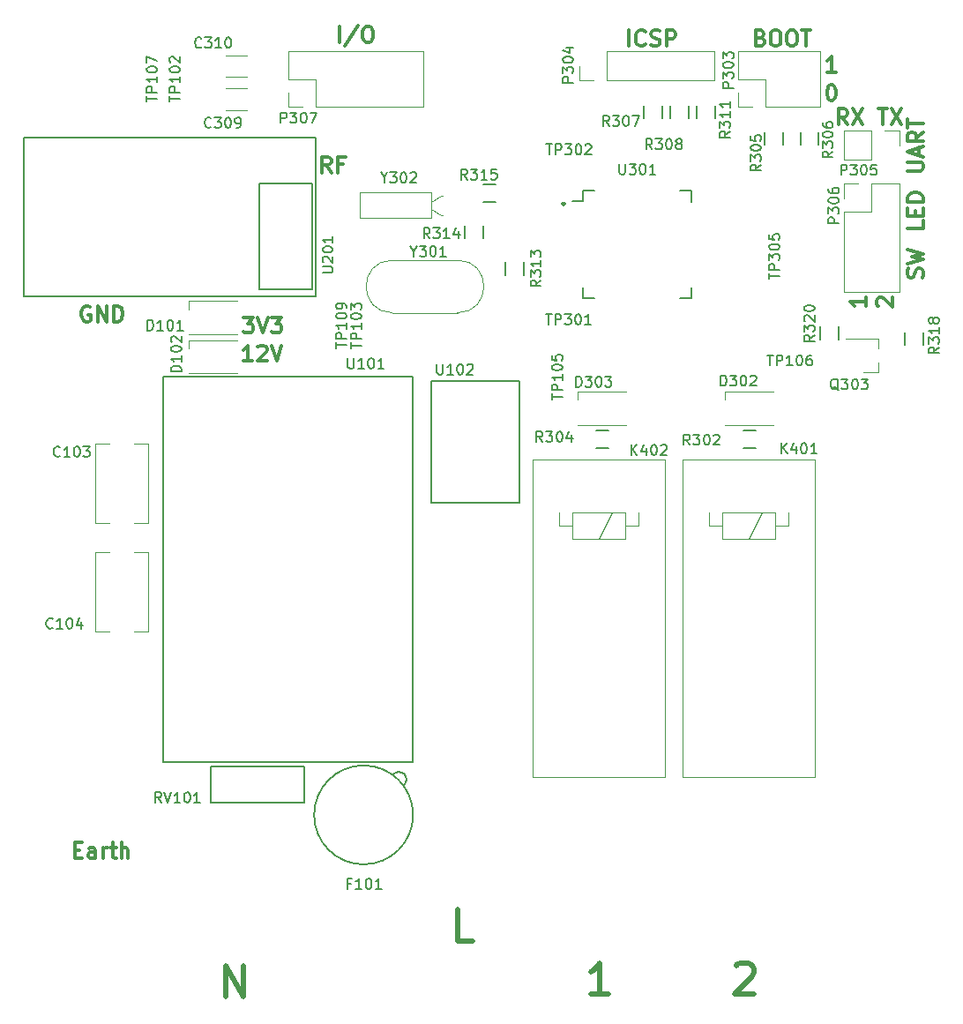
<source format=gto>
G04 #@! TF.GenerationSoftware,KiCad,Pcbnew,(5.0.0)*
G04 #@! TF.CreationDate,2018-10-12T21:11:17+03:00*
G04 #@! TF.ProjectId,Pistoke,506973746F6B652E6B696361645F7063,rev?*
G04 #@! TF.SameCoordinates,Original*
G04 #@! TF.FileFunction,Legend,Top*
G04 #@! TF.FilePolarity,Positive*
%FSLAX46Y46*%
G04 Gerber Fmt 4.6, Leading zero omitted, Abs format (unit mm)*
G04 Created by KiCad (PCBNEW (5.0.0)) date 10/12/18 21:11:17*
%MOMM*%
%LPD*%
G01*
G04 APERTURE LIST*
%ADD10C,0.150000*%
%ADD11C,0.300000*%
%ADD12C,0.500000*%
%ADD13C,0.120000*%
G04 APERTURE END LIST*
D10*
X53700000Y-82500000D02*
X53700000Y-67200000D01*
X81700000Y-82500000D02*
X53700000Y-82500000D01*
X81700000Y-67200000D02*
X81700000Y-82500000D01*
X53700000Y-67200000D02*
X81700000Y-67200000D01*
D11*
X74802857Y-84478571D02*
X75731428Y-84478571D01*
X75231428Y-85050000D01*
X75445714Y-85050000D01*
X75588571Y-85121428D01*
X75660000Y-85192857D01*
X75731428Y-85335714D01*
X75731428Y-85692857D01*
X75660000Y-85835714D01*
X75588571Y-85907142D01*
X75445714Y-85978571D01*
X75017142Y-85978571D01*
X74874285Y-85907142D01*
X74802857Y-85835714D01*
X76160000Y-84478571D02*
X76660000Y-85978571D01*
X77160000Y-84478571D01*
X77517142Y-84478571D02*
X78445714Y-84478571D01*
X77945714Y-85050000D01*
X78160000Y-85050000D01*
X78302857Y-85121428D01*
X78374285Y-85192857D01*
X78445714Y-85335714D01*
X78445714Y-85692857D01*
X78374285Y-85835714D01*
X78302857Y-85907142D01*
X78160000Y-85978571D01*
X77731428Y-85978571D01*
X77588571Y-85907142D01*
X77517142Y-85835714D01*
X75611428Y-88678571D02*
X74754285Y-88678571D01*
X75182857Y-88678571D02*
X75182857Y-87178571D01*
X75040000Y-87392857D01*
X74897142Y-87535714D01*
X74754285Y-87607142D01*
X76182857Y-87321428D02*
X76254285Y-87250000D01*
X76397142Y-87178571D01*
X76754285Y-87178571D01*
X76897142Y-87250000D01*
X76968571Y-87321428D01*
X77040000Y-87464285D01*
X77040000Y-87607142D01*
X76968571Y-87821428D01*
X76111428Y-88678571D01*
X77040000Y-88678571D01*
X77468571Y-87178571D02*
X77968571Y-88678571D01*
X78468571Y-87178571D01*
X105500000Y-73535714D02*
X105571428Y-73607142D01*
X105500000Y-73678571D01*
X105428571Y-73607142D01*
X105500000Y-73535714D01*
X105500000Y-73678571D01*
X135719428Y-83428571D02*
X135648000Y-83357142D01*
X135576571Y-83214285D01*
X135576571Y-82857142D01*
X135648000Y-82714285D01*
X135719428Y-82642857D01*
X135862285Y-82571428D01*
X136005142Y-82571428D01*
X136219428Y-82642857D01*
X137076571Y-83500000D01*
X137076571Y-82571428D01*
X134536571Y-82571428D02*
X134536571Y-83428571D01*
X134536571Y-83000000D02*
X133036571Y-83000000D01*
X133250857Y-83142857D01*
X133393714Y-83285714D01*
X133465142Y-83428571D01*
X83221428Y-70578571D02*
X82721428Y-69864285D01*
X82364285Y-70578571D02*
X82364285Y-69078571D01*
X82935714Y-69078571D01*
X83078571Y-69150000D01*
X83150000Y-69221428D01*
X83221428Y-69364285D01*
X83221428Y-69578571D01*
X83150000Y-69721428D01*
X83078571Y-69792857D01*
X82935714Y-69864285D01*
X82364285Y-69864285D01*
X84364285Y-69792857D02*
X83864285Y-69792857D01*
X83864285Y-70578571D02*
X83864285Y-69078571D01*
X84578571Y-69078571D01*
X84026571Y-58082571D02*
X84026571Y-56582571D01*
X85812285Y-56511142D02*
X84526571Y-58439714D01*
X86598000Y-56582571D02*
X86883714Y-56582571D01*
X87026571Y-56654000D01*
X87169428Y-56796857D01*
X87240857Y-57082571D01*
X87240857Y-57582571D01*
X87169428Y-57868285D01*
X87026571Y-58011142D01*
X86883714Y-58082571D01*
X86598000Y-58082571D01*
X86455142Y-58011142D01*
X86312285Y-57868285D01*
X86240857Y-57582571D01*
X86240857Y-57082571D01*
X86312285Y-56796857D01*
X86455142Y-56654000D01*
X86598000Y-56582571D01*
X139957142Y-80655714D02*
X140028571Y-80441428D01*
X140028571Y-80084285D01*
X139957142Y-79941428D01*
X139885714Y-79870000D01*
X139742857Y-79798571D01*
X139600000Y-79798571D01*
X139457142Y-79870000D01*
X139385714Y-79941428D01*
X139314285Y-80084285D01*
X139242857Y-80370000D01*
X139171428Y-80512857D01*
X139100000Y-80584285D01*
X138957142Y-80655714D01*
X138814285Y-80655714D01*
X138671428Y-80584285D01*
X138600000Y-80512857D01*
X138528571Y-80370000D01*
X138528571Y-80012857D01*
X138600000Y-79798571D01*
X138528571Y-79298571D02*
X140028571Y-78941428D01*
X138957142Y-78655714D01*
X140028571Y-78370000D01*
X138528571Y-78012857D01*
X140068571Y-75224285D02*
X140068571Y-75938571D01*
X138568571Y-75938571D01*
X139282857Y-74724285D02*
X139282857Y-74224285D01*
X140068571Y-74010000D02*
X140068571Y-74724285D01*
X138568571Y-74724285D01*
X138568571Y-74010000D01*
X140068571Y-73367142D02*
X138568571Y-73367142D01*
X138568571Y-73010000D01*
X138640000Y-72795714D01*
X138782857Y-72652857D01*
X138925714Y-72581428D01*
X139211428Y-72510000D01*
X139425714Y-72510000D01*
X139711428Y-72581428D01*
X139854285Y-72652857D01*
X139997142Y-72795714D01*
X140068571Y-73010000D01*
X140068571Y-73367142D01*
X132766857Y-65956571D02*
X132266857Y-65242285D01*
X131909714Y-65956571D02*
X131909714Y-64456571D01*
X132481142Y-64456571D01*
X132624000Y-64528000D01*
X132695428Y-64599428D01*
X132766857Y-64742285D01*
X132766857Y-64956571D01*
X132695428Y-65099428D01*
X132624000Y-65170857D01*
X132481142Y-65242285D01*
X131909714Y-65242285D01*
X133266857Y-64456571D02*
X134266857Y-65956571D01*
X134266857Y-64456571D02*
X133266857Y-65956571D01*
X135766857Y-64456571D02*
X136624000Y-64456571D01*
X136195428Y-65956571D02*
X136195428Y-64456571D01*
X136981142Y-64456571D02*
X137981142Y-65956571D01*
X137981142Y-64456571D02*
X136981142Y-65956571D01*
X138568571Y-70412857D02*
X139782857Y-70412857D01*
X139925714Y-70341428D01*
X139997142Y-70270000D01*
X140068571Y-70127142D01*
X140068571Y-69841428D01*
X139997142Y-69698571D01*
X139925714Y-69627142D01*
X139782857Y-69555714D01*
X138568571Y-69555714D01*
X139640000Y-68912857D02*
X139640000Y-68198571D01*
X140068571Y-69055714D02*
X138568571Y-68555714D01*
X140068571Y-68055714D01*
X140068571Y-66698571D02*
X139354285Y-67198571D01*
X140068571Y-67555714D02*
X138568571Y-67555714D01*
X138568571Y-66984285D01*
X138640000Y-66841428D01*
X138711428Y-66770000D01*
X138854285Y-66698571D01*
X139068571Y-66698571D01*
X139211428Y-66770000D01*
X139282857Y-66841428D01*
X139354285Y-66984285D01*
X139354285Y-67555714D01*
X138568571Y-66270000D02*
X138568571Y-65412857D01*
X140068571Y-65841428D02*
X138568571Y-65841428D01*
X131178571Y-62178571D02*
X131321428Y-62178571D01*
X131464285Y-62250000D01*
X131535714Y-62321428D01*
X131607142Y-62464285D01*
X131678571Y-62750000D01*
X131678571Y-63107142D01*
X131607142Y-63392857D01*
X131535714Y-63535714D01*
X131464285Y-63607142D01*
X131321428Y-63678571D01*
X131178571Y-63678571D01*
X131035714Y-63607142D01*
X130964285Y-63535714D01*
X130892857Y-63392857D01*
X130821428Y-63107142D01*
X130821428Y-62750000D01*
X130892857Y-62464285D01*
X130964285Y-62321428D01*
X131035714Y-62250000D01*
X131178571Y-62178571D01*
X131678571Y-60928571D02*
X130821428Y-60928571D01*
X131250000Y-60928571D02*
X131250000Y-59428571D01*
X131107142Y-59642857D01*
X130964285Y-59785714D01*
X130821428Y-59857142D01*
X124464285Y-57642857D02*
X124678571Y-57714285D01*
X124750000Y-57785714D01*
X124821428Y-57928571D01*
X124821428Y-58142857D01*
X124750000Y-58285714D01*
X124678571Y-58357142D01*
X124535714Y-58428571D01*
X123964285Y-58428571D01*
X123964285Y-56928571D01*
X124464285Y-56928571D01*
X124607142Y-57000000D01*
X124678571Y-57071428D01*
X124750000Y-57214285D01*
X124750000Y-57357142D01*
X124678571Y-57500000D01*
X124607142Y-57571428D01*
X124464285Y-57642857D01*
X123964285Y-57642857D01*
X125750000Y-56928571D02*
X126035714Y-56928571D01*
X126178571Y-57000000D01*
X126321428Y-57142857D01*
X126392857Y-57428571D01*
X126392857Y-57928571D01*
X126321428Y-58214285D01*
X126178571Y-58357142D01*
X126035714Y-58428571D01*
X125750000Y-58428571D01*
X125607142Y-58357142D01*
X125464285Y-58214285D01*
X125392857Y-57928571D01*
X125392857Y-57428571D01*
X125464285Y-57142857D01*
X125607142Y-57000000D01*
X125750000Y-56928571D01*
X127321428Y-56928571D02*
X127607142Y-56928571D01*
X127750000Y-57000000D01*
X127892857Y-57142857D01*
X127964285Y-57428571D01*
X127964285Y-57928571D01*
X127892857Y-58214285D01*
X127750000Y-58357142D01*
X127607142Y-58428571D01*
X127321428Y-58428571D01*
X127178571Y-58357142D01*
X127035714Y-58214285D01*
X126964285Y-57928571D01*
X126964285Y-57428571D01*
X127035714Y-57142857D01*
X127178571Y-57000000D01*
X127321428Y-56928571D01*
X128392857Y-56928571D02*
X129250000Y-56928571D01*
X128821428Y-58428571D02*
X128821428Y-56928571D01*
X111785714Y-58428571D02*
X111785714Y-56928571D01*
X113357142Y-58285714D02*
X113285714Y-58357142D01*
X113071428Y-58428571D01*
X112928571Y-58428571D01*
X112714285Y-58357142D01*
X112571428Y-58214285D01*
X112500000Y-58071428D01*
X112428571Y-57785714D01*
X112428571Y-57571428D01*
X112500000Y-57285714D01*
X112571428Y-57142857D01*
X112714285Y-57000000D01*
X112928571Y-56928571D01*
X113071428Y-56928571D01*
X113285714Y-57000000D01*
X113357142Y-57071428D01*
X113928571Y-58357142D02*
X114142857Y-58428571D01*
X114500000Y-58428571D01*
X114642857Y-58357142D01*
X114714285Y-58285714D01*
X114785714Y-58142857D01*
X114785714Y-58000000D01*
X114714285Y-57857142D01*
X114642857Y-57785714D01*
X114500000Y-57714285D01*
X114214285Y-57642857D01*
X114071428Y-57571428D01*
X114000000Y-57500000D01*
X113928571Y-57357142D01*
X113928571Y-57214285D01*
X114000000Y-57071428D01*
X114071428Y-57000000D01*
X114214285Y-56928571D01*
X114571428Y-56928571D01*
X114785714Y-57000000D01*
X115428571Y-58428571D02*
X115428571Y-56928571D01*
X116000000Y-56928571D01*
X116142857Y-57000000D01*
X116214285Y-57071428D01*
X116285714Y-57214285D01*
X116285714Y-57428571D01*
X116214285Y-57571428D01*
X116142857Y-57642857D01*
X116000000Y-57714285D01*
X115428571Y-57714285D01*
D12*
X122078857Y-146724857D02*
X122221714Y-146582000D01*
X122507428Y-146439142D01*
X123221714Y-146439142D01*
X123507428Y-146582000D01*
X123650285Y-146724857D01*
X123793142Y-147010571D01*
X123793142Y-147296285D01*
X123650285Y-147724857D01*
X121936000Y-149439142D01*
X123793142Y-149439142D01*
X109823142Y-149439142D02*
X108108857Y-149439142D01*
X108966000Y-149439142D02*
X108966000Y-146439142D01*
X108680285Y-146867714D01*
X108394571Y-147153428D01*
X108108857Y-147296285D01*
D11*
X58578571Y-135622857D02*
X59078571Y-135622857D01*
X59292857Y-136408571D02*
X58578571Y-136408571D01*
X58578571Y-134908571D01*
X59292857Y-134908571D01*
X60578571Y-136408571D02*
X60578571Y-135622857D01*
X60507142Y-135480000D01*
X60364285Y-135408571D01*
X60078571Y-135408571D01*
X59935714Y-135480000D01*
X60578571Y-136337142D02*
X60435714Y-136408571D01*
X60078571Y-136408571D01*
X59935714Y-136337142D01*
X59864285Y-136194285D01*
X59864285Y-136051428D01*
X59935714Y-135908571D01*
X60078571Y-135837142D01*
X60435714Y-135837142D01*
X60578571Y-135765714D01*
X61292857Y-136408571D02*
X61292857Y-135408571D01*
X61292857Y-135694285D02*
X61364285Y-135551428D01*
X61435714Y-135480000D01*
X61578571Y-135408571D01*
X61721428Y-135408571D01*
X62007142Y-135408571D02*
X62578571Y-135408571D01*
X62221428Y-134908571D02*
X62221428Y-136194285D01*
X62292857Y-136337142D01*
X62435714Y-136408571D01*
X62578571Y-136408571D01*
X63078571Y-136408571D02*
X63078571Y-134908571D01*
X63721428Y-136408571D02*
X63721428Y-135622857D01*
X63650000Y-135480000D01*
X63507142Y-135408571D01*
X63292857Y-135408571D01*
X63150000Y-135480000D01*
X63078571Y-135551428D01*
X60071142Y-83451000D02*
X59928285Y-83379571D01*
X59714000Y-83379571D01*
X59499714Y-83451000D01*
X59356857Y-83593857D01*
X59285428Y-83736714D01*
X59214000Y-84022428D01*
X59214000Y-84236714D01*
X59285428Y-84522428D01*
X59356857Y-84665285D01*
X59499714Y-84808142D01*
X59714000Y-84879571D01*
X59856857Y-84879571D01*
X60071142Y-84808142D01*
X60142571Y-84736714D01*
X60142571Y-84236714D01*
X59856857Y-84236714D01*
X60785428Y-84879571D02*
X60785428Y-83379571D01*
X61642571Y-84879571D01*
X61642571Y-83379571D01*
X62356857Y-84879571D02*
X62356857Y-83379571D01*
X62714000Y-83379571D01*
X62928285Y-83451000D01*
X63071142Y-83593857D01*
X63142571Y-83736714D01*
X63214000Y-84022428D01*
X63214000Y-84236714D01*
X63142571Y-84522428D01*
X63071142Y-84665285D01*
X62928285Y-84808142D01*
X62714000Y-84879571D01*
X62356857Y-84879571D01*
D12*
X74771142Y-146724857D02*
X74771142Y-149724857D01*
X73056857Y-146724857D01*
X73056857Y-149724857D01*
X96788571Y-144337142D02*
X95360000Y-144337142D01*
X95360000Y-141337142D01*
D13*
G04 #@! TO.C,K401*
X116922000Y-98098000D02*
X129622000Y-98098000D01*
X116922000Y-128578000D02*
X116922000Y-98098000D01*
X129622000Y-128578000D02*
X116922000Y-128578000D01*
X129622000Y-98098000D02*
X129622000Y-128578000D01*
X125812000Y-103178000D02*
X125812000Y-104448000D01*
X120732000Y-103178000D02*
X125812000Y-103178000D01*
X120732000Y-105718000D02*
X120732000Y-103178000D01*
X125812000Y-105718000D02*
X120732000Y-105718000D01*
X125812000Y-104448000D02*
X125812000Y-105718000D01*
X127082000Y-104448000D02*
X125812000Y-104448000D01*
X127082000Y-103178000D02*
X127082000Y-104448000D01*
X119462000Y-104448000D02*
X119462000Y-103178000D01*
X120732000Y-104448000D02*
X119462000Y-104448000D01*
X124542000Y-103178000D02*
X123272000Y-105718000D01*
G04 #@! TO.C,K402*
X102578000Y-98098000D02*
X115278000Y-98098000D01*
X102578000Y-128578000D02*
X102578000Y-98098000D01*
X115278000Y-128578000D02*
X102578000Y-128578000D01*
X115278000Y-98098000D02*
X115278000Y-128578000D01*
X111468000Y-103178000D02*
X111468000Y-104448000D01*
X106388000Y-103178000D02*
X111468000Y-103178000D01*
X106388000Y-105718000D02*
X106388000Y-103178000D01*
X111468000Y-105718000D02*
X106388000Y-105718000D01*
X111468000Y-104448000D02*
X111468000Y-105718000D01*
X112738000Y-104448000D02*
X111468000Y-104448000D01*
X112738000Y-103178000D02*
X112738000Y-104448000D01*
X105118000Y-104448000D02*
X105118000Y-103178000D01*
X106388000Y-104448000D02*
X105118000Y-104448000D01*
X110198000Y-103178000D02*
X108928000Y-105718000D01*
D10*
G04 #@! TO.C,U301*
X107425000Y-73325000D02*
X106400000Y-73325000D01*
X117775000Y-72325000D02*
X116700000Y-72325000D01*
X117775000Y-82675000D02*
X116700000Y-82675000D01*
X107425000Y-82675000D02*
X108500000Y-82675000D01*
X107425000Y-72325000D02*
X108500000Y-72325000D01*
X107425000Y-82675000D02*
X107425000Y-81600000D01*
X117775000Y-82675000D02*
X117775000Y-81600000D01*
X117775000Y-72325000D02*
X117775000Y-73400000D01*
X107425000Y-72325000D02*
X107425000Y-73325000D01*
D13*
G04 #@! TO.C,P307*
X79090000Y-64290000D02*
X79090000Y-62900000D01*
X80480000Y-64290000D02*
X79090000Y-64290000D01*
X81750000Y-61630000D02*
X81750000Y-64290000D01*
X79090000Y-61630000D02*
X81750000Y-61630000D01*
X79090000Y-58970000D02*
X79090000Y-61630000D01*
X92030000Y-58970000D02*
X79090000Y-58970000D01*
X92030000Y-64290000D02*
X92030000Y-58970000D01*
X81750000Y-64290000D02*
X92030000Y-64290000D01*
G04 #@! TO.C,C103*
X64314000Y-96587000D02*
X65679000Y-96587000D01*
X60559000Y-96587000D02*
X61924000Y-96587000D01*
X64314000Y-104207000D02*
X65679000Y-104207000D01*
X60559000Y-104207000D02*
X61924000Y-104207000D01*
X65679000Y-104207000D02*
X65679000Y-96587000D01*
X60559000Y-104207000D02*
X60559000Y-96587000D01*
G04 #@! TO.C,C104*
X64314000Y-106994000D02*
X65679000Y-106994000D01*
X60559000Y-106994000D02*
X61924000Y-106994000D01*
X64314000Y-114614000D02*
X65679000Y-114614000D01*
X60559000Y-114614000D02*
X61924000Y-114614000D01*
X65679000Y-114614000D02*
X65679000Y-106994000D01*
X60559000Y-114614000D02*
X60559000Y-106994000D01*
D10*
G04 #@! TO.C,U201*
X81370000Y-81750000D02*
X76290000Y-81750000D01*
X76290000Y-81750000D02*
X76290000Y-71590000D01*
X76290000Y-71590000D02*
X81370000Y-71590000D01*
X81370000Y-71590000D02*
X81370000Y-81750000D01*
G04 #@! TO.C,R302*
X124006000Y-97049000D02*
X122806000Y-97049000D01*
X122806000Y-95299000D02*
X124006000Y-95299000D01*
G04 #@! TO.C,R304*
X109850000Y-97049000D02*
X108650000Y-97049000D01*
X108650000Y-95299000D02*
X109850000Y-95299000D01*
G04 #@! TO.C,F101*
X91081960Y-132242000D02*
G75*
G03X91081960Y-132242000I-4749800J0D01*
G01*
X90312340Y-129293060D02*
X90162480Y-129422600D01*
X90391080Y-129112720D02*
X90312340Y-129293060D01*
X90431720Y-128823160D02*
X90391080Y-129112720D01*
X90352980Y-128531060D02*
X90431720Y-128823160D01*
X90182800Y-128312620D02*
X90352980Y-128531060D01*
X89921180Y-128162760D02*
X90182800Y-128312620D01*
X89662100Y-128132280D02*
X89921180Y-128162760D01*
X89413180Y-128183080D02*
X89662100Y-128132280D01*
X89253160Y-128271980D02*
X89413180Y-128183080D01*
X89110920Y-128391360D02*
X89253160Y-128271980D01*
G04 #@! TO.C,R305*
X126605000Y-66745000D02*
X126605000Y-67945000D01*
X124855000Y-67945000D02*
X124855000Y-66745000D01*
G04 #@! TO.C,R306*
X128284000Y-67945000D02*
X128284000Y-66745000D01*
X130034000Y-66745000D02*
X130034000Y-67945000D01*
G04 #@! TO.C,R307*
X115010000Y-64205000D02*
X115010000Y-65405000D01*
X113260000Y-65405000D02*
X113260000Y-64205000D01*
G04 #@! TO.C,R308*
X117550000Y-64205000D02*
X117550000Y-65405000D01*
X115800000Y-65405000D02*
X115800000Y-64205000D01*
G04 #@! TO.C,R311*
X120090000Y-64205000D02*
X120090000Y-65405000D01*
X118340000Y-65405000D02*
X118340000Y-64205000D01*
G04 #@! TO.C,R313*
X101675000Y-79200000D02*
X101675000Y-80400000D01*
X99925000Y-80400000D02*
X99925000Y-79200000D01*
G04 #@! TO.C,R314*
X96075000Y-76858000D02*
X96075000Y-75658000D01*
X97825000Y-75658000D02*
X97825000Y-76858000D01*
G04 #@! TO.C,R315*
X99000000Y-73433000D02*
X97800000Y-73433000D01*
X97800000Y-71683000D02*
X99000000Y-71683000D01*
D13*
G04 #@! TO.C,Y301*
X89100571Y-84039775D02*
X95350571Y-84039775D01*
X89100571Y-78989775D02*
X95350571Y-78989775D01*
X95350571Y-84039775D02*
G75*
G03X95350571Y-78989775I0J2525000D01*
G01*
X89100571Y-84039775D02*
G75*
G02X89100571Y-78989775I0J2525000D01*
G01*
G04 #@! TO.C,Y302*
X93750000Y-74676000D02*
X93950000Y-74676000D01*
X92850000Y-74076000D02*
X93750000Y-74676000D01*
X93750000Y-72776000D02*
X93950000Y-72776000D01*
X92850000Y-73376000D02*
X93750000Y-72776000D01*
X92850000Y-74956000D02*
X92850000Y-72496000D01*
X85950000Y-74956000D02*
X92850000Y-74956000D01*
X85950000Y-72496000D02*
X85950000Y-74956000D01*
X92850000Y-72496000D02*
X85950000Y-72496000D01*
D10*
G04 #@! TO.C,RV101*
X71654000Y-127556000D02*
X71654000Y-131056000D01*
X80654000Y-127556000D02*
X80654000Y-131056000D01*
X71654000Y-127556000D02*
X80654000Y-127556000D01*
X71654000Y-131056000D02*
X80654000Y-131056000D01*
D13*
G04 #@! TO.C,Q303*
X135761000Y-89718000D02*
X134301000Y-89718000D01*
X135761000Y-86558000D02*
X132601000Y-86558000D01*
X135761000Y-86558000D02*
X135761000Y-87488000D01*
X135761000Y-89718000D02*
X135761000Y-88788000D01*
D10*
G04 #@! TO.C,R318*
X138279000Y-87122000D02*
X138279000Y-85922000D01*
X140029000Y-85922000D02*
X140029000Y-87122000D01*
G04 #@! TO.C,R320*
X131939000Y-85379000D02*
X131939000Y-86579000D01*
X130189000Y-86579000D02*
X130189000Y-85379000D01*
D13*
G04 #@! TO.C,P303*
X122270000Y-64290000D02*
X122270000Y-62900000D01*
X123660000Y-64290000D02*
X122270000Y-64290000D01*
X124930000Y-61630000D02*
X124930000Y-64290000D01*
X122270000Y-61630000D02*
X124930000Y-61630000D01*
X122270000Y-58970000D02*
X122270000Y-61630000D01*
X130130000Y-58970000D02*
X122270000Y-58970000D01*
X130130000Y-64290000D02*
X130130000Y-58970000D01*
X124930000Y-64290000D02*
X130130000Y-64290000D01*
G04 #@! TO.C,P304*
X107030000Y-61750000D02*
X107030000Y-60360000D01*
X108420000Y-61750000D02*
X107030000Y-61750000D01*
X109690000Y-58970000D02*
X109690000Y-61750000D01*
X119970000Y-58970000D02*
X109690000Y-58970000D01*
X119970000Y-61750000D02*
X119970000Y-58970000D01*
X109690000Y-61750000D02*
X119970000Y-61750000D01*
G04 #@! TO.C,P305*
X137750000Y-66590000D02*
X137750000Y-67980000D01*
X136360000Y-66590000D02*
X137750000Y-66590000D01*
X135090000Y-69370000D02*
X135090000Y-66590000D01*
X132430000Y-69370000D02*
X135090000Y-69370000D01*
X132430000Y-66590000D02*
X132430000Y-69370000D01*
X135090000Y-66590000D02*
X132430000Y-66590000D01*
G04 #@! TO.C,C309*
X75130000Y-62510000D02*
X73130000Y-62510000D01*
X73130000Y-64560000D02*
X75130000Y-64560000D01*
G04 #@! TO.C,C310*
X75130000Y-59335000D02*
X73130000Y-59335000D01*
X73130000Y-61385000D02*
X75130000Y-61385000D01*
G04 #@! TO.C,P306*
X132430000Y-71670000D02*
X133820000Y-71670000D01*
X132430000Y-73060000D02*
X132430000Y-71670000D01*
X135090000Y-74330000D02*
X132430000Y-74330000D01*
X135090000Y-71670000D02*
X135090000Y-74330000D01*
X137750000Y-71670000D02*
X135090000Y-71670000D01*
X137750000Y-82070000D02*
X137750000Y-71670000D01*
X132430000Y-82070000D02*
X137750000Y-82070000D01*
X132430000Y-74330000D02*
X132430000Y-82070000D01*
D10*
G04 #@! TO.C,U102*
X92814000Y-90588000D02*
X92814000Y-102268000D01*
X92814000Y-90588000D02*
X101314000Y-90588000D01*
X92814000Y-102268000D02*
X101314000Y-102268000D01*
X101314000Y-90588000D02*
X101314000Y-102268000D01*
G04 #@! TO.C,U101*
X67070000Y-127140000D02*
X67070000Y-90140000D01*
X67070000Y-90140000D02*
X91070000Y-90140000D01*
X91070000Y-127140000D02*
X91070000Y-90140000D01*
X67070000Y-127140000D02*
X91070000Y-127140000D01*
D13*
G04 #@! TO.C,D101*
X69540000Y-82910000D02*
X69540000Y-83710000D01*
X74190000Y-82910000D02*
X69540000Y-82910000D01*
X74190000Y-86110000D02*
X69540000Y-86110000D01*
G04 #@! TO.C,D102*
X69540000Y-86660000D02*
X69540000Y-87460000D01*
X74190000Y-86660000D02*
X69540000Y-86660000D01*
X74190000Y-89860000D02*
X69540000Y-89860000D01*
G04 #@! TO.C,D302*
X121000000Y-91600000D02*
X121000000Y-92400000D01*
X125650000Y-91600000D02*
X121000000Y-91600000D01*
X125650000Y-94800000D02*
X121000000Y-94800000D01*
G04 #@! TO.C,D303*
X106850000Y-91600000D02*
X106850000Y-92400000D01*
X111500000Y-91600000D02*
X106850000Y-91600000D01*
X111500000Y-94800000D02*
X106850000Y-94800000D01*
G04 #@! TO.C,K401*
D10*
X126419523Y-97552380D02*
X126419523Y-96552380D01*
X126990952Y-97552380D02*
X126562380Y-96980952D01*
X126990952Y-96552380D02*
X126419523Y-97123809D01*
X127848095Y-96885714D02*
X127848095Y-97552380D01*
X127610000Y-96504761D02*
X127371904Y-97219047D01*
X127990952Y-97219047D01*
X128562380Y-96552380D02*
X128657619Y-96552380D01*
X128752857Y-96600000D01*
X128800476Y-96647619D01*
X128848095Y-96742857D01*
X128895714Y-96933333D01*
X128895714Y-97171428D01*
X128848095Y-97361904D01*
X128800476Y-97457142D01*
X128752857Y-97504761D01*
X128657619Y-97552380D01*
X128562380Y-97552380D01*
X128467142Y-97504761D01*
X128419523Y-97457142D01*
X128371904Y-97361904D01*
X128324285Y-97171428D01*
X128324285Y-96933333D01*
X128371904Y-96742857D01*
X128419523Y-96647619D01*
X128467142Y-96600000D01*
X128562380Y-96552380D01*
X129848095Y-97552380D02*
X129276666Y-97552380D01*
X129562380Y-97552380D02*
X129562380Y-96552380D01*
X129467142Y-96695238D01*
X129371904Y-96790476D01*
X129276666Y-96838095D01*
G04 #@! TO.C,K402*
X112019523Y-97702380D02*
X112019523Y-96702380D01*
X112590952Y-97702380D02*
X112162380Y-97130952D01*
X112590952Y-96702380D02*
X112019523Y-97273809D01*
X113448095Y-97035714D02*
X113448095Y-97702380D01*
X113210000Y-96654761D02*
X112971904Y-97369047D01*
X113590952Y-97369047D01*
X114162380Y-96702380D02*
X114257619Y-96702380D01*
X114352857Y-96750000D01*
X114400476Y-96797619D01*
X114448095Y-96892857D01*
X114495714Y-97083333D01*
X114495714Y-97321428D01*
X114448095Y-97511904D01*
X114400476Y-97607142D01*
X114352857Y-97654761D01*
X114257619Y-97702380D01*
X114162380Y-97702380D01*
X114067142Y-97654761D01*
X114019523Y-97607142D01*
X113971904Y-97511904D01*
X113924285Y-97321428D01*
X113924285Y-97083333D01*
X113971904Y-96892857D01*
X114019523Y-96797619D01*
X114067142Y-96750000D01*
X114162380Y-96702380D01*
X114876666Y-96797619D02*
X114924285Y-96750000D01*
X115019523Y-96702380D01*
X115257619Y-96702380D01*
X115352857Y-96750000D01*
X115400476Y-96797619D01*
X115448095Y-96892857D01*
X115448095Y-96988095D01*
X115400476Y-97130952D01*
X114829047Y-97702380D01*
X115448095Y-97702380D01*
G04 #@! TO.C,U301*
X110885714Y-69752380D02*
X110885714Y-70561904D01*
X110933333Y-70657142D01*
X110980952Y-70704761D01*
X111076190Y-70752380D01*
X111266666Y-70752380D01*
X111361904Y-70704761D01*
X111409523Y-70657142D01*
X111457142Y-70561904D01*
X111457142Y-69752380D01*
X111838095Y-69752380D02*
X112457142Y-69752380D01*
X112123809Y-70133333D01*
X112266666Y-70133333D01*
X112361904Y-70180952D01*
X112409523Y-70228571D01*
X112457142Y-70323809D01*
X112457142Y-70561904D01*
X112409523Y-70657142D01*
X112361904Y-70704761D01*
X112266666Y-70752380D01*
X111980952Y-70752380D01*
X111885714Y-70704761D01*
X111838095Y-70657142D01*
X113076190Y-69752380D02*
X113171428Y-69752380D01*
X113266666Y-69800000D01*
X113314285Y-69847619D01*
X113361904Y-69942857D01*
X113409523Y-70133333D01*
X113409523Y-70371428D01*
X113361904Y-70561904D01*
X113314285Y-70657142D01*
X113266666Y-70704761D01*
X113171428Y-70752380D01*
X113076190Y-70752380D01*
X112980952Y-70704761D01*
X112933333Y-70657142D01*
X112885714Y-70561904D01*
X112838095Y-70371428D01*
X112838095Y-70133333D01*
X112885714Y-69942857D01*
X112933333Y-69847619D01*
X112980952Y-69800000D01*
X113076190Y-69752380D01*
X114361904Y-70752380D02*
X113790476Y-70752380D01*
X114076190Y-70752380D02*
X114076190Y-69752380D01*
X113980952Y-69895238D01*
X113885714Y-69990476D01*
X113790476Y-70038095D01*
G04 #@! TO.C,P307*
X78379523Y-65822380D02*
X78379523Y-64822380D01*
X78760476Y-64822380D01*
X78855714Y-64870000D01*
X78903333Y-64917619D01*
X78950952Y-65012857D01*
X78950952Y-65155714D01*
X78903333Y-65250952D01*
X78855714Y-65298571D01*
X78760476Y-65346190D01*
X78379523Y-65346190D01*
X79284285Y-64822380D02*
X79903333Y-64822380D01*
X79570000Y-65203333D01*
X79712857Y-65203333D01*
X79808095Y-65250952D01*
X79855714Y-65298571D01*
X79903333Y-65393809D01*
X79903333Y-65631904D01*
X79855714Y-65727142D01*
X79808095Y-65774761D01*
X79712857Y-65822380D01*
X79427142Y-65822380D01*
X79331904Y-65774761D01*
X79284285Y-65727142D01*
X80522380Y-64822380D02*
X80617619Y-64822380D01*
X80712857Y-64870000D01*
X80760476Y-64917619D01*
X80808095Y-65012857D01*
X80855714Y-65203333D01*
X80855714Y-65441428D01*
X80808095Y-65631904D01*
X80760476Y-65727142D01*
X80712857Y-65774761D01*
X80617619Y-65822380D01*
X80522380Y-65822380D01*
X80427142Y-65774761D01*
X80379523Y-65727142D01*
X80331904Y-65631904D01*
X80284285Y-65441428D01*
X80284285Y-65203333D01*
X80331904Y-65012857D01*
X80379523Y-64917619D01*
X80427142Y-64870000D01*
X80522380Y-64822380D01*
X81189047Y-64822380D02*
X81855714Y-64822380D01*
X81427142Y-65822380D01*
G04 #@! TO.C,C103*
X57180952Y-97777142D02*
X57133333Y-97824761D01*
X56990476Y-97872380D01*
X56895238Y-97872380D01*
X56752380Y-97824761D01*
X56657142Y-97729523D01*
X56609523Y-97634285D01*
X56561904Y-97443809D01*
X56561904Y-97300952D01*
X56609523Y-97110476D01*
X56657142Y-97015238D01*
X56752380Y-96920000D01*
X56895238Y-96872380D01*
X56990476Y-96872380D01*
X57133333Y-96920000D01*
X57180952Y-96967619D01*
X58133333Y-97872380D02*
X57561904Y-97872380D01*
X57847619Y-97872380D02*
X57847619Y-96872380D01*
X57752380Y-97015238D01*
X57657142Y-97110476D01*
X57561904Y-97158095D01*
X58752380Y-96872380D02*
X58847619Y-96872380D01*
X58942857Y-96920000D01*
X58990476Y-96967619D01*
X59038095Y-97062857D01*
X59085714Y-97253333D01*
X59085714Y-97491428D01*
X59038095Y-97681904D01*
X58990476Y-97777142D01*
X58942857Y-97824761D01*
X58847619Y-97872380D01*
X58752380Y-97872380D01*
X58657142Y-97824761D01*
X58609523Y-97777142D01*
X58561904Y-97681904D01*
X58514285Y-97491428D01*
X58514285Y-97253333D01*
X58561904Y-97062857D01*
X58609523Y-96967619D01*
X58657142Y-96920000D01*
X58752380Y-96872380D01*
X59419047Y-96872380D02*
X60038095Y-96872380D01*
X59704761Y-97253333D01*
X59847619Y-97253333D01*
X59942857Y-97300952D01*
X59990476Y-97348571D01*
X60038095Y-97443809D01*
X60038095Y-97681904D01*
X59990476Y-97777142D01*
X59942857Y-97824761D01*
X59847619Y-97872380D01*
X59561904Y-97872380D01*
X59466666Y-97824761D01*
X59419047Y-97777142D01*
G04 #@! TO.C,C104*
X56480952Y-114267142D02*
X56433333Y-114314761D01*
X56290476Y-114362380D01*
X56195238Y-114362380D01*
X56052380Y-114314761D01*
X55957142Y-114219523D01*
X55909523Y-114124285D01*
X55861904Y-113933809D01*
X55861904Y-113790952D01*
X55909523Y-113600476D01*
X55957142Y-113505238D01*
X56052380Y-113410000D01*
X56195238Y-113362380D01*
X56290476Y-113362380D01*
X56433333Y-113410000D01*
X56480952Y-113457619D01*
X57433333Y-114362380D02*
X56861904Y-114362380D01*
X57147619Y-114362380D02*
X57147619Y-113362380D01*
X57052380Y-113505238D01*
X56957142Y-113600476D01*
X56861904Y-113648095D01*
X58052380Y-113362380D02*
X58147619Y-113362380D01*
X58242857Y-113410000D01*
X58290476Y-113457619D01*
X58338095Y-113552857D01*
X58385714Y-113743333D01*
X58385714Y-113981428D01*
X58338095Y-114171904D01*
X58290476Y-114267142D01*
X58242857Y-114314761D01*
X58147619Y-114362380D01*
X58052380Y-114362380D01*
X57957142Y-114314761D01*
X57909523Y-114267142D01*
X57861904Y-114171904D01*
X57814285Y-113981428D01*
X57814285Y-113743333D01*
X57861904Y-113552857D01*
X57909523Y-113457619D01*
X57957142Y-113410000D01*
X58052380Y-113362380D01*
X59242857Y-113695714D02*
X59242857Y-114362380D01*
X59004761Y-113314761D02*
X58766666Y-114029047D01*
X59385714Y-114029047D01*
G04 #@! TO.C,U201*
X82384380Y-80200285D02*
X83193904Y-80200285D01*
X83289142Y-80152666D01*
X83336761Y-80105047D01*
X83384380Y-80009809D01*
X83384380Y-79819333D01*
X83336761Y-79724095D01*
X83289142Y-79676476D01*
X83193904Y-79628857D01*
X82384380Y-79628857D01*
X82479619Y-79200285D02*
X82432000Y-79152666D01*
X82384380Y-79057428D01*
X82384380Y-78819333D01*
X82432000Y-78724095D01*
X82479619Y-78676476D01*
X82574857Y-78628857D01*
X82670095Y-78628857D01*
X82812952Y-78676476D01*
X83384380Y-79247904D01*
X83384380Y-78628857D01*
X82384380Y-78009809D02*
X82384380Y-77914571D01*
X82432000Y-77819333D01*
X82479619Y-77771714D01*
X82574857Y-77724095D01*
X82765333Y-77676476D01*
X83003428Y-77676476D01*
X83193904Y-77724095D01*
X83289142Y-77771714D01*
X83336761Y-77819333D01*
X83384380Y-77914571D01*
X83384380Y-78009809D01*
X83336761Y-78105047D01*
X83289142Y-78152666D01*
X83193904Y-78200285D01*
X83003428Y-78247904D01*
X82765333Y-78247904D01*
X82574857Y-78200285D01*
X82479619Y-78152666D01*
X82432000Y-78105047D01*
X82384380Y-78009809D01*
X83384380Y-76724095D02*
X83384380Y-77295523D01*
X83384380Y-77009809D02*
X82384380Y-77009809D01*
X82527238Y-77105047D01*
X82622476Y-77200285D01*
X82670095Y-77295523D01*
G04 #@! TO.C,R302*
X117650952Y-96722380D02*
X117317619Y-96246190D01*
X117079523Y-96722380D02*
X117079523Y-95722380D01*
X117460476Y-95722380D01*
X117555714Y-95770000D01*
X117603333Y-95817619D01*
X117650952Y-95912857D01*
X117650952Y-96055714D01*
X117603333Y-96150952D01*
X117555714Y-96198571D01*
X117460476Y-96246190D01*
X117079523Y-96246190D01*
X117984285Y-95722380D02*
X118603333Y-95722380D01*
X118270000Y-96103333D01*
X118412857Y-96103333D01*
X118508095Y-96150952D01*
X118555714Y-96198571D01*
X118603333Y-96293809D01*
X118603333Y-96531904D01*
X118555714Y-96627142D01*
X118508095Y-96674761D01*
X118412857Y-96722380D01*
X118127142Y-96722380D01*
X118031904Y-96674761D01*
X117984285Y-96627142D01*
X119222380Y-95722380D02*
X119317619Y-95722380D01*
X119412857Y-95770000D01*
X119460476Y-95817619D01*
X119508095Y-95912857D01*
X119555714Y-96103333D01*
X119555714Y-96341428D01*
X119508095Y-96531904D01*
X119460476Y-96627142D01*
X119412857Y-96674761D01*
X119317619Y-96722380D01*
X119222380Y-96722380D01*
X119127142Y-96674761D01*
X119079523Y-96627142D01*
X119031904Y-96531904D01*
X118984285Y-96341428D01*
X118984285Y-96103333D01*
X119031904Y-95912857D01*
X119079523Y-95817619D01*
X119127142Y-95770000D01*
X119222380Y-95722380D01*
X119936666Y-95817619D02*
X119984285Y-95770000D01*
X120079523Y-95722380D01*
X120317619Y-95722380D01*
X120412857Y-95770000D01*
X120460476Y-95817619D01*
X120508095Y-95912857D01*
X120508095Y-96008095D01*
X120460476Y-96150952D01*
X119889047Y-96722380D01*
X120508095Y-96722380D01*
G04 #@! TO.C,R304*
X103510952Y-96432380D02*
X103177619Y-95956190D01*
X102939523Y-96432380D02*
X102939523Y-95432380D01*
X103320476Y-95432380D01*
X103415714Y-95480000D01*
X103463333Y-95527619D01*
X103510952Y-95622857D01*
X103510952Y-95765714D01*
X103463333Y-95860952D01*
X103415714Y-95908571D01*
X103320476Y-95956190D01*
X102939523Y-95956190D01*
X103844285Y-95432380D02*
X104463333Y-95432380D01*
X104130000Y-95813333D01*
X104272857Y-95813333D01*
X104368095Y-95860952D01*
X104415714Y-95908571D01*
X104463333Y-96003809D01*
X104463333Y-96241904D01*
X104415714Y-96337142D01*
X104368095Y-96384761D01*
X104272857Y-96432380D01*
X103987142Y-96432380D01*
X103891904Y-96384761D01*
X103844285Y-96337142D01*
X105082380Y-95432380D02*
X105177619Y-95432380D01*
X105272857Y-95480000D01*
X105320476Y-95527619D01*
X105368095Y-95622857D01*
X105415714Y-95813333D01*
X105415714Y-96051428D01*
X105368095Y-96241904D01*
X105320476Y-96337142D01*
X105272857Y-96384761D01*
X105177619Y-96432380D01*
X105082380Y-96432380D01*
X104987142Y-96384761D01*
X104939523Y-96337142D01*
X104891904Y-96241904D01*
X104844285Y-96051428D01*
X104844285Y-95813333D01*
X104891904Y-95622857D01*
X104939523Y-95527619D01*
X104987142Y-95480000D01*
X105082380Y-95432380D01*
X106272857Y-95765714D02*
X106272857Y-96432380D01*
X106034761Y-95384761D02*
X105796666Y-96099047D01*
X106415714Y-96099047D01*
G04 #@! TO.C,F101*
X85104285Y-138828571D02*
X84770952Y-138828571D01*
X84770952Y-139352380D02*
X84770952Y-138352380D01*
X85247142Y-138352380D01*
X86151904Y-139352380D02*
X85580476Y-139352380D01*
X85866190Y-139352380D02*
X85866190Y-138352380D01*
X85770952Y-138495238D01*
X85675714Y-138590476D01*
X85580476Y-138638095D01*
X86770952Y-138352380D02*
X86866190Y-138352380D01*
X86961428Y-138400000D01*
X87009047Y-138447619D01*
X87056666Y-138542857D01*
X87104285Y-138733333D01*
X87104285Y-138971428D01*
X87056666Y-139161904D01*
X87009047Y-139257142D01*
X86961428Y-139304761D01*
X86866190Y-139352380D01*
X86770952Y-139352380D01*
X86675714Y-139304761D01*
X86628095Y-139257142D01*
X86580476Y-139161904D01*
X86532857Y-138971428D01*
X86532857Y-138733333D01*
X86580476Y-138542857D01*
X86628095Y-138447619D01*
X86675714Y-138400000D01*
X86770952Y-138352380D01*
X88056666Y-139352380D02*
X87485238Y-139352380D01*
X87770952Y-139352380D02*
X87770952Y-138352380D01*
X87675714Y-138495238D01*
X87580476Y-138590476D01*
X87485238Y-138638095D01*
G04 #@! TO.C,R305*
X124482380Y-69826047D02*
X124006190Y-70159380D01*
X124482380Y-70397476D02*
X123482380Y-70397476D01*
X123482380Y-70016523D01*
X123530000Y-69921285D01*
X123577619Y-69873666D01*
X123672857Y-69826047D01*
X123815714Y-69826047D01*
X123910952Y-69873666D01*
X123958571Y-69921285D01*
X124006190Y-70016523D01*
X124006190Y-70397476D01*
X123482380Y-69492714D02*
X123482380Y-68873666D01*
X123863333Y-69207000D01*
X123863333Y-69064142D01*
X123910952Y-68968904D01*
X123958571Y-68921285D01*
X124053809Y-68873666D01*
X124291904Y-68873666D01*
X124387142Y-68921285D01*
X124434761Y-68968904D01*
X124482380Y-69064142D01*
X124482380Y-69349857D01*
X124434761Y-69445095D01*
X124387142Y-69492714D01*
X123482380Y-68254619D02*
X123482380Y-68159380D01*
X123530000Y-68064142D01*
X123577619Y-68016523D01*
X123672857Y-67968904D01*
X123863333Y-67921285D01*
X124101428Y-67921285D01*
X124291904Y-67968904D01*
X124387142Y-68016523D01*
X124434761Y-68064142D01*
X124482380Y-68159380D01*
X124482380Y-68254619D01*
X124434761Y-68349857D01*
X124387142Y-68397476D01*
X124291904Y-68445095D01*
X124101428Y-68492714D01*
X123863333Y-68492714D01*
X123672857Y-68445095D01*
X123577619Y-68397476D01*
X123530000Y-68349857D01*
X123482380Y-68254619D01*
X123482380Y-67016523D02*
X123482380Y-67492714D01*
X123958571Y-67540333D01*
X123910952Y-67492714D01*
X123863333Y-67397476D01*
X123863333Y-67159380D01*
X123910952Y-67064142D01*
X123958571Y-67016523D01*
X124053809Y-66968904D01*
X124291904Y-66968904D01*
X124387142Y-67016523D01*
X124434761Y-67064142D01*
X124482380Y-67159380D01*
X124482380Y-67397476D01*
X124434761Y-67492714D01*
X124387142Y-67540333D01*
G04 #@! TO.C,R306*
X131389380Y-68556047D02*
X130913190Y-68889380D01*
X131389380Y-69127476D02*
X130389380Y-69127476D01*
X130389380Y-68746523D01*
X130437000Y-68651285D01*
X130484619Y-68603666D01*
X130579857Y-68556047D01*
X130722714Y-68556047D01*
X130817952Y-68603666D01*
X130865571Y-68651285D01*
X130913190Y-68746523D01*
X130913190Y-69127476D01*
X130389380Y-68222714D02*
X130389380Y-67603666D01*
X130770333Y-67937000D01*
X130770333Y-67794142D01*
X130817952Y-67698904D01*
X130865571Y-67651285D01*
X130960809Y-67603666D01*
X131198904Y-67603666D01*
X131294142Y-67651285D01*
X131341761Y-67698904D01*
X131389380Y-67794142D01*
X131389380Y-68079857D01*
X131341761Y-68175095D01*
X131294142Y-68222714D01*
X130389380Y-66984619D02*
X130389380Y-66889380D01*
X130437000Y-66794142D01*
X130484619Y-66746523D01*
X130579857Y-66698904D01*
X130770333Y-66651285D01*
X131008428Y-66651285D01*
X131198904Y-66698904D01*
X131294142Y-66746523D01*
X131341761Y-66794142D01*
X131389380Y-66889380D01*
X131389380Y-66984619D01*
X131341761Y-67079857D01*
X131294142Y-67127476D01*
X131198904Y-67175095D01*
X131008428Y-67222714D01*
X130770333Y-67222714D01*
X130579857Y-67175095D01*
X130484619Y-67127476D01*
X130437000Y-67079857D01*
X130389380Y-66984619D01*
X130389380Y-65794142D02*
X130389380Y-65984619D01*
X130437000Y-66079857D01*
X130484619Y-66127476D01*
X130627476Y-66222714D01*
X130817952Y-66270333D01*
X131198904Y-66270333D01*
X131294142Y-66222714D01*
X131341761Y-66175095D01*
X131389380Y-66079857D01*
X131389380Y-65889380D01*
X131341761Y-65794142D01*
X131294142Y-65746523D01*
X131198904Y-65698904D01*
X130960809Y-65698904D01*
X130865571Y-65746523D01*
X130817952Y-65794142D01*
X130770333Y-65889380D01*
X130770333Y-66079857D01*
X130817952Y-66175095D01*
X130865571Y-66222714D01*
X130960809Y-66270333D01*
G04 #@! TO.C,R307*
X109905952Y-66127380D02*
X109572619Y-65651190D01*
X109334523Y-66127380D02*
X109334523Y-65127380D01*
X109715476Y-65127380D01*
X109810714Y-65175000D01*
X109858333Y-65222619D01*
X109905952Y-65317857D01*
X109905952Y-65460714D01*
X109858333Y-65555952D01*
X109810714Y-65603571D01*
X109715476Y-65651190D01*
X109334523Y-65651190D01*
X110239285Y-65127380D02*
X110858333Y-65127380D01*
X110525000Y-65508333D01*
X110667857Y-65508333D01*
X110763095Y-65555952D01*
X110810714Y-65603571D01*
X110858333Y-65698809D01*
X110858333Y-65936904D01*
X110810714Y-66032142D01*
X110763095Y-66079761D01*
X110667857Y-66127380D01*
X110382142Y-66127380D01*
X110286904Y-66079761D01*
X110239285Y-66032142D01*
X111477380Y-65127380D02*
X111572619Y-65127380D01*
X111667857Y-65175000D01*
X111715476Y-65222619D01*
X111763095Y-65317857D01*
X111810714Y-65508333D01*
X111810714Y-65746428D01*
X111763095Y-65936904D01*
X111715476Y-66032142D01*
X111667857Y-66079761D01*
X111572619Y-66127380D01*
X111477380Y-66127380D01*
X111382142Y-66079761D01*
X111334523Y-66032142D01*
X111286904Y-65936904D01*
X111239285Y-65746428D01*
X111239285Y-65508333D01*
X111286904Y-65317857D01*
X111334523Y-65222619D01*
X111382142Y-65175000D01*
X111477380Y-65127380D01*
X112144047Y-65127380D02*
X112810714Y-65127380D01*
X112382142Y-66127380D01*
G04 #@! TO.C,R308*
X114030952Y-68352380D02*
X113697619Y-67876190D01*
X113459523Y-68352380D02*
X113459523Y-67352380D01*
X113840476Y-67352380D01*
X113935714Y-67400000D01*
X113983333Y-67447619D01*
X114030952Y-67542857D01*
X114030952Y-67685714D01*
X113983333Y-67780952D01*
X113935714Y-67828571D01*
X113840476Y-67876190D01*
X113459523Y-67876190D01*
X114364285Y-67352380D02*
X114983333Y-67352380D01*
X114650000Y-67733333D01*
X114792857Y-67733333D01*
X114888095Y-67780952D01*
X114935714Y-67828571D01*
X114983333Y-67923809D01*
X114983333Y-68161904D01*
X114935714Y-68257142D01*
X114888095Y-68304761D01*
X114792857Y-68352380D01*
X114507142Y-68352380D01*
X114411904Y-68304761D01*
X114364285Y-68257142D01*
X115602380Y-67352380D02*
X115697619Y-67352380D01*
X115792857Y-67400000D01*
X115840476Y-67447619D01*
X115888095Y-67542857D01*
X115935714Y-67733333D01*
X115935714Y-67971428D01*
X115888095Y-68161904D01*
X115840476Y-68257142D01*
X115792857Y-68304761D01*
X115697619Y-68352380D01*
X115602380Y-68352380D01*
X115507142Y-68304761D01*
X115459523Y-68257142D01*
X115411904Y-68161904D01*
X115364285Y-67971428D01*
X115364285Y-67733333D01*
X115411904Y-67542857D01*
X115459523Y-67447619D01*
X115507142Y-67400000D01*
X115602380Y-67352380D01*
X116507142Y-67780952D02*
X116411904Y-67733333D01*
X116364285Y-67685714D01*
X116316666Y-67590476D01*
X116316666Y-67542857D01*
X116364285Y-67447619D01*
X116411904Y-67400000D01*
X116507142Y-67352380D01*
X116697619Y-67352380D01*
X116792857Y-67400000D01*
X116840476Y-67447619D01*
X116888095Y-67542857D01*
X116888095Y-67590476D01*
X116840476Y-67685714D01*
X116792857Y-67733333D01*
X116697619Y-67780952D01*
X116507142Y-67780952D01*
X116411904Y-67828571D01*
X116364285Y-67876190D01*
X116316666Y-67971428D01*
X116316666Y-68161904D01*
X116364285Y-68257142D01*
X116411904Y-68304761D01*
X116507142Y-68352380D01*
X116697619Y-68352380D01*
X116792857Y-68304761D01*
X116840476Y-68257142D01*
X116888095Y-68161904D01*
X116888095Y-67971428D01*
X116840476Y-67876190D01*
X116792857Y-67828571D01*
X116697619Y-67780952D01*
G04 #@! TO.C,R311*
X121522380Y-66619047D02*
X121046190Y-66952380D01*
X121522380Y-67190476D02*
X120522380Y-67190476D01*
X120522380Y-66809523D01*
X120570000Y-66714285D01*
X120617619Y-66666666D01*
X120712857Y-66619047D01*
X120855714Y-66619047D01*
X120950952Y-66666666D01*
X120998571Y-66714285D01*
X121046190Y-66809523D01*
X121046190Y-67190476D01*
X120522380Y-66285714D02*
X120522380Y-65666666D01*
X120903333Y-66000000D01*
X120903333Y-65857142D01*
X120950952Y-65761904D01*
X120998571Y-65714285D01*
X121093809Y-65666666D01*
X121331904Y-65666666D01*
X121427142Y-65714285D01*
X121474761Y-65761904D01*
X121522380Y-65857142D01*
X121522380Y-66142857D01*
X121474761Y-66238095D01*
X121427142Y-66285714D01*
X121522380Y-64714285D02*
X121522380Y-65285714D01*
X121522380Y-65000000D02*
X120522380Y-65000000D01*
X120665238Y-65095238D01*
X120760476Y-65190476D01*
X120808095Y-65285714D01*
X121522380Y-63761904D02*
X121522380Y-64333333D01*
X121522380Y-64047619D02*
X120522380Y-64047619D01*
X120665238Y-64142857D01*
X120760476Y-64238095D01*
X120808095Y-64333333D01*
G04 #@! TO.C,R313*
X103352380Y-80919047D02*
X102876190Y-81252380D01*
X103352380Y-81490476D02*
X102352380Y-81490476D01*
X102352380Y-81109523D01*
X102400000Y-81014285D01*
X102447619Y-80966666D01*
X102542857Y-80919047D01*
X102685714Y-80919047D01*
X102780952Y-80966666D01*
X102828571Y-81014285D01*
X102876190Y-81109523D01*
X102876190Y-81490476D01*
X102352380Y-80585714D02*
X102352380Y-79966666D01*
X102733333Y-80300000D01*
X102733333Y-80157142D01*
X102780952Y-80061904D01*
X102828571Y-80014285D01*
X102923809Y-79966666D01*
X103161904Y-79966666D01*
X103257142Y-80014285D01*
X103304761Y-80061904D01*
X103352380Y-80157142D01*
X103352380Y-80442857D01*
X103304761Y-80538095D01*
X103257142Y-80585714D01*
X103352380Y-79014285D02*
X103352380Y-79585714D01*
X103352380Y-79300000D02*
X102352380Y-79300000D01*
X102495238Y-79395238D01*
X102590476Y-79490476D01*
X102638095Y-79585714D01*
X102352380Y-78680952D02*
X102352380Y-78061904D01*
X102733333Y-78395238D01*
X102733333Y-78252380D01*
X102780952Y-78157142D01*
X102828571Y-78109523D01*
X102923809Y-78061904D01*
X103161904Y-78061904D01*
X103257142Y-78109523D01*
X103304761Y-78157142D01*
X103352380Y-78252380D01*
X103352380Y-78538095D01*
X103304761Y-78633333D01*
X103257142Y-78680952D01*
G04 #@! TO.C,R314*
X92680952Y-76902380D02*
X92347619Y-76426190D01*
X92109523Y-76902380D02*
X92109523Y-75902380D01*
X92490476Y-75902380D01*
X92585714Y-75950000D01*
X92633333Y-75997619D01*
X92680952Y-76092857D01*
X92680952Y-76235714D01*
X92633333Y-76330952D01*
X92585714Y-76378571D01*
X92490476Y-76426190D01*
X92109523Y-76426190D01*
X93014285Y-75902380D02*
X93633333Y-75902380D01*
X93300000Y-76283333D01*
X93442857Y-76283333D01*
X93538095Y-76330952D01*
X93585714Y-76378571D01*
X93633333Y-76473809D01*
X93633333Y-76711904D01*
X93585714Y-76807142D01*
X93538095Y-76854761D01*
X93442857Y-76902380D01*
X93157142Y-76902380D01*
X93061904Y-76854761D01*
X93014285Y-76807142D01*
X94585714Y-76902380D02*
X94014285Y-76902380D01*
X94300000Y-76902380D02*
X94300000Y-75902380D01*
X94204761Y-76045238D01*
X94109523Y-76140476D01*
X94014285Y-76188095D01*
X95442857Y-76235714D02*
X95442857Y-76902380D01*
X95204761Y-75854761D02*
X94966666Y-76569047D01*
X95585714Y-76569047D01*
G04 #@! TO.C,R315*
X96280952Y-71252380D02*
X95947619Y-70776190D01*
X95709523Y-71252380D02*
X95709523Y-70252380D01*
X96090476Y-70252380D01*
X96185714Y-70300000D01*
X96233333Y-70347619D01*
X96280952Y-70442857D01*
X96280952Y-70585714D01*
X96233333Y-70680952D01*
X96185714Y-70728571D01*
X96090476Y-70776190D01*
X95709523Y-70776190D01*
X96614285Y-70252380D02*
X97233333Y-70252380D01*
X96900000Y-70633333D01*
X97042857Y-70633333D01*
X97138095Y-70680952D01*
X97185714Y-70728571D01*
X97233333Y-70823809D01*
X97233333Y-71061904D01*
X97185714Y-71157142D01*
X97138095Y-71204761D01*
X97042857Y-71252380D01*
X96757142Y-71252380D01*
X96661904Y-71204761D01*
X96614285Y-71157142D01*
X98185714Y-71252380D02*
X97614285Y-71252380D01*
X97900000Y-71252380D02*
X97900000Y-70252380D01*
X97804761Y-70395238D01*
X97709523Y-70490476D01*
X97614285Y-70538095D01*
X99090476Y-70252380D02*
X98614285Y-70252380D01*
X98566666Y-70728571D01*
X98614285Y-70680952D01*
X98709523Y-70633333D01*
X98947619Y-70633333D01*
X99042857Y-70680952D01*
X99090476Y-70728571D01*
X99138095Y-70823809D01*
X99138095Y-71061904D01*
X99090476Y-71157142D01*
X99042857Y-71204761D01*
X98947619Y-71252380D01*
X98709523Y-71252380D01*
X98614285Y-71204761D01*
X98566666Y-71157142D01*
G04 #@! TO.C,Y301*
X91146428Y-78151190D02*
X91146428Y-78627380D01*
X90813095Y-77627380D02*
X91146428Y-78151190D01*
X91479761Y-77627380D01*
X91717857Y-77627380D02*
X92336904Y-77627380D01*
X92003571Y-78008333D01*
X92146428Y-78008333D01*
X92241666Y-78055952D01*
X92289285Y-78103571D01*
X92336904Y-78198809D01*
X92336904Y-78436904D01*
X92289285Y-78532142D01*
X92241666Y-78579761D01*
X92146428Y-78627380D01*
X91860714Y-78627380D01*
X91765476Y-78579761D01*
X91717857Y-78532142D01*
X92955952Y-77627380D02*
X93051190Y-77627380D01*
X93146428Y-77675000D01*
X93194047Y-77722619D01*
X93241666Y-77817857D01*
X93289285Y-78008333D01*
X93289285Y-78246428D01*
X93241666Y-78436904D01*
X93194047Y-78532142D01*
X93146428Y-78579761D01*
X93051190Y-78627380D01*
X92955952Y-78627380D01*
X92860714Y-78579761D01*
X92813095Y-78532142D01*
X92765476Y-78436904D01*
X92717857Y-78246428D01*
X92717857Y-78008333D01*
X92765476Y-77817857D01*
X92813095Y-77722619D01*
X92860714Y-77675000D01*
X92955952Y-77627380D01*
X94241666Y-78627380D02*
X93670238Y-78627380D01*
X93955952Y-78627380D02*
X93955952Y-77627380D01*
X93860714Y-77770238D01*
X93765476Y-77865476D01*
X93670238Y-77913095D01*
G04 #@! TO.C,Y302*
X88296428Y-71076190D02*
X88296428Y-71552380D01*
X87963095Y-70552380D02*
X88296428Y-71076190D01*
X88629761Y-70552380D01*
X88867857Y-70552380D02*
X89486904Y-70552380D01*
X89153571Y-70933333D01*
X89296428Y-70933333D01*
X89391666Y-70980952D01*
X89439285Y-71028571D01*
X89486904Y-71123809D01*
X89486904Y-71361904D01*
X89439285Y-71457142D01*
X89391666Y-71504761D01*
X89296428Y-71552380D01*
X89010714Y-71552380D01*
X88915476Y-71504761D01*
X88867857Y-71457142D01*
X90105952Y-70552380D02*
X90201190Y-70552380D01*
X90296428Y-70600000D01*
X90344047Y-70647619D01*
X90391666Y-70742857D01*
X90439285Y-70933333D01*
X90439285Y-71171428D01*
X90391666Y-71361904D01*
X90344047Y-71457142D01*
X90296428Y-71504761D01*
X90201190Y-71552380D01*
X90105952Y-71552380D01*
X90010714Y-71504761D01*
X89963095Y-71457142D01*
X89915476Y-71361904D01*
X89867857Y-71171428D01*
X89867857Y-70933333D01*
X89915476Y-70742857D01*
X89963095Y-70647619D01*
X90010714Y-70600000D01*
X90105952Y-70552380D01*
X90820238Y-70647619D02*
X90867857Y-70600000D01*
X90963095Y-70552380D01*
X91201190Y-70552380D01*
X91296428Y-70600000D01*
X91344047Y-70647619D01*
X91391666Y-70742857D01*
X91391666Y-70838095D01*
X91344047Y-70980952D01*
X90772619Y-71552380D01*
X91391666Y-71552380D01*
G04 #@! TO.C,RV101*
X66912380Y-131062380D02*
X66579047Y-130586190D01*
X66340952Y-131062380D02*
X66340952Y-130062380D01*
X66721904Y-130062380D01*
X66817142Y-130110000D01*
X66864761Y-130157619D01*
X66912380Y-130252857D01*
X66912380Y-130395714D01*
X66864761Y-130490952D01*
X66817142Y-130538571D01*
X66721904Y-130586190D01*
X66340952Y-130586190D01*
X67198095Y-130062380D02*
X67531428Y-131062380D01*
X67864761Y-130062380D01*
X68721904Y-131062380D02*
X68150476Y-131062380D01*
X68436190Y-131062380D02*
X68436190Y-130062380D01*
X68340952Y-130205238D01*
X68245714Y-130300476D01*
X68150476Y-130348095D01*
X69340952Y-130062380D02*
X69436190Y-130062380D01*
X69531428Y-130110000D01*
X69579047Y-130157619D01*
X69626666Y-130252857D01*
X69674285Y-130443333D01*
X69674285Y-130681428D01*
X69626666Y-130871904D01*
X69579047Y-130967142D01*
X69531428Y-131014761D01*
X69436190Y-131062380D01*
X69340952Y-131062380D01*
X69245714Y-131014761D01*
X69198095Y-130967142D01*
X69150476Y-130871904D01*
X69102857Y-130681428D01*
X69102857Y-130443333D01*
X69150476Y-130252857D01*
X69198095Y-130157619D01*
X69245714Y-130110000D01*
X69340952Y-130062380D01*
X70626666Y-131062380D02*
X70055238Y-131062380D01*
X70340952Y-131062380D02*
X70340952Y-130062380D01*
X70245714Y-130205238D01*
X70150476Y-130300476D01*
X70055238Y-130348095D01*
G04 #@! TO.C,Q303*
X131921380Y-91479619D02*
X131826142Y-91432000D01*
X131730904Y-91336761D01*
X131588047Y-91193904D01*
X131492809Y-91146285D01*
X131397571Y-91146285D01*
X131445190Y-91384380D02*
X131349952Y-91336761D01*
X131254714Y-91241523D01*
X131207095Y-91051047D01*
X131207095Y-90717714D01*
X131254714Y-90527238D01*
X131349952Y-90432000D01*
X131445190Y-90384380D01*
X131635666Y-90384380D01*
X131730904Y-90432000D01*
X131826142Y-90527238D01*
X131873761Y-90717714D01*
X131873761Y-91051047D01*
X131826142Y-91241523D01*
X131730904Y-91336761D01*
X131635666Y-91384380D01*
X131445190Y-91384380D01*
X132207095Y-90384380D02*
X132826142Y-90384380D01*
X132492809Y-90765333D01*
X132635666Y-90765333D01*
X132730904Y-90812952D01*
X132778523Y-90860571D01*
X132826142Y-90955809D01*
X132826142Y-91193904D01*
X132778523Y-91289142D01*
X132730904Y-91336761D01*
X132635666Y-91384380D01*
X132349952Y-91384380D01*
X132254714Y-91336761D01*
X132207095Y-91289142D01*
X133445190Y-90384380D02*
X133540428Y-90384380D01*
X133635666Y-90432000D01*
X133683285Y-90479619D01*
X133730904Y-90574857D01*
X133778523Y-90765333D01*
X133778523Y-91003428D01*
X133730904Y-91193904D01*
X133683285Y-91289142D01*
X133635666Y-91336761D01*
X133540428Y-91384380D01*
X133445190Y-91384380D01*
X133349952Y-91336761D01*
X133302333Y-91289142D01*
X133254714Y-91193904D01*
X133207095Y-91003428D01*
X133207095Y-90765333D01*
X133254714Y-90574857D01*
X133302333Y-90479619D01*
X133349952Y-90432000D01*
X133445190Y-90384380D01*
X134111857Y-90384380D02*
X134730904Y-90384380D01*
X134397571Y-90765333D01*
X134540428Y-90765333D01*
X134635666Y-90812952D01*
X134683285Y-90860571D01*
X134730904Y-90955809D01*
X134730904Y-91193904D01*
X134683285Y-91289142D01*
X134635666Y-91336761D01*
X134540428Y-91384380D01*
X134254714Y-91384380D01*
X134159476Y-91336761D01*
X134111857Y-91289142D01*
G04 #@! TO.C,R318*
X141592380Y-87349047D02*
X141116190Y-87682380D01*
X141592380Y-87920476D02*
X140592380Y-87920476D01*
X140592380Y-87539523D01*
X140640000Y-87444285D01*
X140687619Y-87396666D01*
X140782857Y-87349047D01*
X140925714Y-87349047D01*
X141020952Y-87396666D01*
X141068571Y-87444285D01*
X141116190Y-87539523D01*
X141116190Y-87920476D01*
X140592380Y-87015714D02*
X140592380Y-86396666D01*
X140973333Y-86730000D01*
X140973333Y-86587142D01*
X141020952Y-86491904D01*
X141068571Y-86444285D01*
X141163809Y-86396666D01*
X141401904Y-86396666D01*
X141497142Y-86444285D01*
X141544761Y-86491904D01*
X141592380Y-86587142D01*
X141592380Y-86872857D01*
X141544761Y-86968095D01*
X141497142Y-87015714D01*
X141592380Y-85444285D02*
X141592380Y-86015714D01*
X141592380Y-85730000D02*
X140592380Y-85730000D01*
X140735238Y-85825238D01*
X140830476Y-85920476D01*
X140878095Y-86015714D01*
X141020952Y-84872857D02*
X140973333Y-84968095D01*
X140925714Y-85015714D01*
X140830476Y-85063333D01*
X140782857Y-85063333D01*
X140687619Y-85015714D01*
X140640000Y-84968095D01*
X140592380Y-84872857D01*
X140592380Y-84682380D01*
X140640000Y-84587142D01*
X140687619Y-84539523D01*
X140782857Y-84491904D01*
X140830476Y-84491904D01*
X140925714Y-84539523D01*
X140973333Y-84587142D01*
X141020952Y-84682380D01*
X141020952Y-84872857D01*
X141068571Y-84968095D01*
X141116190Y-85015714D01*
X141211428Y-85063333D01*
X141401904Y-85063333D01*
X141497142Y-85015714D01*
X141544761Y-84968095D01*
X141592380Y-84872857D01*
X141592380Y-84682380D01*
X141544761Y-84587142D01*
X141497142Y-84539523D01*
X141401904Y-84491904D01*
X141211428Y-84491904D01*
X141116190Y-84539523D01*
X141068571Y-84587142D01*
X141020952Y-84682380D01*
G04 #@! TO.C,R320*
X129622380Y-86179047D02*
X129146190Y-86512380D01*
X129622380Y-86750476D02*
X128622380Y-86750476D01*
X128622380Y-86369523D01*
X128670000Y-86274285D01*
X128717619Y-86226666D01*
X128812857Y-86179047D01*
X128955714Y-86179047D01*
X129050952Y-86226666D01*
X129098571Y-86274285D01*
X129146190Y-86369523D01*
X129146190Y-86750476D01*
X128622380Y-85845714D02*
X128622380Y-85226666D01*
X129003333Y-85560000D01*
X129003333Y-85417142D01*
X129050952Y-85321904D01*
X129098571Y-85274285D01*
X129193809Y-85226666D01*
X129431904Y-85226666D01*
X129527142Y-85274285D01*
X129574761Y-85321904D01*
X129622380Y-85417142D01*
X129622380Y-85702857D01*
X129574761Y-85798095D01*
X129527142Y-85845714D01*
X128717619Y-84845714D02*
X128670000Y-84798095D01*
X128622380Y-84702857D01*
X128622380Y-84464761D01*
X128670000Y-84369523D01*
X128717619Y-84321904D01*
X128812857Y-84274285D01*
X128908095Y-84274285D01*
X129050952Y-84321904D01*
X129622380Y-84893333D01*
X129622380Y-84274285D01*
X128622380Y-83655238D02*
X128622380Y-83560000D01*
X128670000Y-83464761D01*
X128717619Y-83417142D01*
X128812857Y-83369523D01*
X129003333Y-83321904D01*
X129241428Y-83321904D01*
X129431904Y-83369523D01*
X129527142Y-83417142D01*
X129574761Y-83464761D01*
X129622380Y-83560000D01*
X129622380Y-83655238D01*
X129574761Y-83750476D01*
X129527142Y-83798095D01*
X129431904Y-83845714D01*
X129241428Y-83893333D01*
X129003333Y-83893333D01*
X128812857Y-83845714D01*
X128717619Y-83798095D01*
X128670000Y-83750476D01*
X128622380Y-83655238D01*
G04 #@! TO.C,P303*
X121832380Y-62450476D02*
X120832380Y-62450476D01*
X120832380Y-62069523D01*
X120880000Y-61974285D01*
X120927619Y-61926666D01*
X121022857Y-61879047D01*
X121165714Y-61879047D01*
X121260952Y-61926666D01*
X121308571Y-61974285D01*
X121356190Y-62069523D01*
X121356190Y-62450476D01*
X120832380Y-61545714D02*
X120832380Y-60926666D01*
X121213333Y-61260000D01*
X121213333Y-61117142D01*
X121260952Y-61021904D01*
X121308571Y-60974285D01*
X121403809Y-60926666D01*
X121641904Y-60926666D01*
X121737142Y-60974285D01*
X121784761Y-61021904D01*
X121832380Y-61117142D01*
X121832380Y-61402857D01*
X121784761Y-61498095D01*
X121737142Y-61545714D01*
X120832380Y-60307619D02*
X120832380Y-60212380D01*
X120880000Y-60117142D01*
X120927619Y-60069523D01*
X121022857Y-60021904D01*
X121213333Y-59974285D01*
X121451428Y-59974285D01*
X121641904Y-60021904D01*
X121737142Y-60069523D01*
X121784761Y-60117142D01*
X121832380Y-60212380D01*
X121832380Y-60307619D01*
X121784761Y-60402857D01*
X121737142Y-60450476D01*
X121641904Y-60498095D01*
X121451428Y-60545714D01*
X121213333Y-60545714D01*
X121022857Y-60498095D01*
X120927619Y-60450476D01*
X120880000Y-60402857D01*
X120832380Y-60307619D01*
X120832380Y-59640952D02*
X120832380Y-59021904D01*
X121213333Y-59355238D01*
X121213333Y-59212380D01*
X121260952Y-59117142D01*
X121308571Y-59069523D01*
X121403809Y-59021904D01*
X121641904Y-59021904D01*
X121737142Y-59069523D01*
X121784761Y-59117142D01*
X121832380Y-59212380D01*
X121832380Y-59498095D01*
X121784761Y-59593333D01*
X121737142Y-59640952D01*
G04 #@! TO.C,P304*
X106452380Y-61940476D02*
X105452380Y-61940476D01*
X105452380Y-61559523D01*
X105500000Y-61464285D01*
X105547619Y-61416666D01*
X105642857Y-61369047D01*
X105785714Y-61369047D01*
X105880952Y-61416666D01*
X105928571Y-61464285D01*
X105976190Y-61559523D01*
X105976190Y-61940476D01*
X105452380Y-61035714D02*
X105452380Y-60416666D01*
X105833333Y-60750000D01*
X105833333Y-60607142D01*
X105880952Y-60511904D01*
X105928571Y-60464285D01*
X106023809Y-60416666D01*
X106261904Y-60416666D01*
X106357142Y-60464285D01*
X106404761Y-60511904D01*
X106452380Y-60607142D01*
X106452380Y-60892857D01*
X106404761Y-60988095D01*
X106357142Y-61035714D01*
X105452380Y-59797619D02*
X105452380Y-59702380D01*
X105500000Y-59607142D01*
X105547619Y-59559523D01*
X105642857Y-59511904D01*
X105833333Y-59464285D01*
X106071428Y-59464285D01*
X106261904Y-59511904D01*
X106357142Y-59559523D01*
X106404761Y-59607142D01*
X106452380Y-59702380D01*
X106452380Y-59797619D01*
X106404761Y-59892857D01*
X106357142Y-59940476D01*
X106261904Y-59988095D01*
X106071428Y-60035714D01*
X105833333Y-60035714D01*
X105642857Y-59988095D01*
X105547619Y-59940476D01*
X105500000Y-59892857D01*
X105452380Y-59797619D01*
X105785714Y-58607142D02*
X106452380Y-58607142D01*
X105404761Y-58845238D02*
X106119047Y-59083333D01*
X106119047Y-58464285D01*
G04 #@! TO.C,P305*
X132167523Y-70810380D02*
X132167523Y-69810380D01*
X132548476Y-69810380D01*
X132643714Y-69858000D01*
X132691333Y-69905619D01*
X132738952Y-70000857D01*
X132738952Y-70143714D01*
X132691333Y-70238952D01*
X132643714Y-70286571D01*
X132548476Y-70334190D01*
X132167523Y-70334190D01*
X133072285Y-69810380D02*
X133691333Y-69810380D01*
X133358000Y-70191333D01*
X133500857Y-70191333D01*
X133596095Y-70238952D01*
X133643714Y-70286571D01*
X133691333Y-70381809D01*
X133691333Y-70619904D01*
X133643714Y-70715142D01*
X133596095Y-70762761D01*
X133500857Y-70810380D01*
X133215142Y-70810380D01*
X133119904Y-70762761D01*
X133072285Y-70715142D01*
X134310380Y-69810380D02*
X134405619Y-69810380D01*
X134500857Y-69858000D01*
X134548476Y-69905619D01*
X134596095Y-70000857D01*
X134643714Y-70191333D01*
X134643714Y-70429428D01*
X134596095Y-70619904D01*
X134548476Y-70715142D01*
X134500857Y-70762761D01*
X134405619Y-70810380D01*
X134310380Y-70810380D01*
X134215142Y-70762761D01*
X134167523Y-70715142D01*
X134119904Y-70619904D01*
X134072285Y-70429428D01*
X134072285Y-70191333D01*
X134119904Y-70000857D01*
X134167523Y-69905619D01*
X134215142Y-69858000D01*
X134310380Y-69810380D01*
X135548476Y-69810380D02*
X135072285Y-69810380D01*
X135024666Y-70286571D01*
X135072285Y-70238952D01*
X135167523Y-70191333D01*
X135405619Y-70191333D01*
X135500857Y-70238952D01*
X135548476Y-70286571D01*
X135596095Y-70381809D01*
X135596095Y-70619904D01*
X135548476Y-70715142D01*
X135500857Y-70762761D01*
X135405619Y-70810380D01*
X135167523Y-70810380D01*
X135072285Y-70762761D01*
X135024666Y-70715142D01*
G04 #@! TO.C,C309*
X71700952Y-66187142D02*
X71653333Y-66234761D01*
X71510476Y-66282380D01*
X71415238Y-66282380D01*
X71272380Y-66234761D01*
X71177142Y-66139523D01*
X71129523Y-66044285D01*
X71081904Y-65853809D01*
X71081904Y-65710952D01*
X71129523Y-65520476D01*
X71177142Y-65425238D01*
X71272380Y-65330000D01*
X71415238Y-65282380D01*
X71510476Y-65282380D01*
X71653333Y-65330000D01*
X71700952Y-65377619D01*
X72034285Y-65282380D02*
X72653333Y-65282380D01*
X72320000Y-65663333D01*
X72462857Y-65663333D01*
X72558095Y-65710952D01*
X72605714Y-65758571D01*
X72653333Y-65853809D01*
X72653333Y-66091904D01*
X72605714Y-66187142D01*
X72558095Y-66234761D01*
X72462857Y-66282380D01*
X72177142Y-66282380D01*
X72081904Y-66234761D01*
X72034285Y-66187142D01*
X73272380Y-65282380D02*
X73367619Y-65282380D01*
X73462857Y-65330000D01*
X73510476Y-65377619D01*
X73558095Y-65472857D01*
X73605714Y-65663333D01*
X73605714Y-65901428D01*
X73558095Y-66091904D01*
X73510476Y-66187142D01*
X73462857Y-66234761D01*
X73367619Y-66282380D01*
X73272380Y-66282380D01*
X73177142Y-66234761D01*
X73129523Y-66187142D01*
X73081904Y-66091904D01*
X73034285Y-65901428D01*
X73034285Y-65663333D01*
X73081904Y-65472857D01*
X73129523Y-65377619D01*
X73177142Y-65330000D01*
X73272380Y-65282380D01*
X74081904Y-66282380D02*
X74272380Y-66282380D01*
X74367619Y-66234761D01*
X74415238Y-66187142D01*
X74510476Y-66044285D01*
X74558095Y-65853809D01*
X74558095Y-65472857D01*
X74510476Y-65377619D01*
X74462857Y-65330000D01*
X74367619Y-65282380D01*
X74177142Y-65282380D01*
X74081904Y-65330000D01*
X74034285Y-65377619D01*
X73986666Y-65472857D01*
X73986666Y-65710952D01*
X74034285Y-65806190D01*
X74081904Y-65853809D01*
X74177142Y-65901428D01*
X74367619Y-65901428D01*
X74462857Y-65853809D01*
X74510476Y-65806190D01*
X74558095Y-65710952D01*
G04 #@! TO.C,C310*
X70760952Y-58517142D02*
X70713333Y-58564761D01*
X70570476Y-58612380D01*
X70475238Y-58612380D01*
X70332380Y-58564761D01*
X70237142Y-58469523D01*
X70189523Y-58374285D01*
X70141904Y-58183809D01*
X70141904Y-58040952D01*
X70189523Y-57850476D01*
X70237142Y-57755238D01*
X70332380Y-57660000D01*
X70475238Y-57612380D01*
X70570476Y-57612380D01*
X70713333Y-57660000D01*
X70760952Y-57707619D01*
X71094285Y-57612380D02*
X71713333Y-57612380D01*
X71380000Y-57993333D01*
X71522857Y-57993333D01*
X71618095Y-58040952D01*
X71665714Y-58088571D01*
X71713333Y-58183809D01*
X71713333Y-58421904D01*
X71665714Y-58517142D01*
X71618095Y-58564761D01*
X71522857Y-58612380D01*
X71237142Y-58612380D01*
X71141904Y-58564761D01*
X71094285Y-58517142D01*
X72665714Y-58612380D02*
X72094285Y-58612380D01*
X72380000Y-58612380D02*
X72380000Y-57612380D01*
X72284761Y-57755238D01*
X72189523Y-57850476D01*
X72094285Y-57898095D01*
X73284761Y-57612380D02*
X73380000Y-57612380D01*
X73475238Y-57660000D01*
X73522857Y-57707619D01*
X73570476Y-57802857D01*
X73618095Y-57993333D01*
X73618095Y-58231428D01*
X73570476Y-58421904D01*
X73522857Y-58517142D01*
X73475238Y-58564761D01*
X73380000Y-58612380D01*
X73284761Y-58612380D01*
X73189523Y-58564761D01*
X73141904Y-58517142D01*
X73094285Y-58421904D01*
X73046666Y-58231428D01*
X73046666Y-57993333D01*
X73094285Y-57802857D01*
X73141904Y-57707619D01*
X73189523Y-57660000D01*
X73284761Y-57612380D01*
G04 #@! TO.C,P306*
X131952380Y-75440476D02*
X130952380Y-75440476D01*
X130952380Y-75059523D01*
X131000000Y-74964285D01*
X131047619Y-74916666D01*
X131142857Y-74869047D01*
X131285714Y-74869047D01*
X131380952Y-74916666D01*
X131428571Y-74964285D01*
X131476190Y-75059523D01*
X131476190Y-75440476D01*
X130952380Y-74535714D02*
X130952380Y-73916666D01*
X131333333Y-74250000D01*
X131333333Y-74107142D01*
X131380952Y-74011904D01*
X131428571Y-73964285D01*
X131523809Y-73916666D01*
X131761904Y-73916666D01*
X131857142Y-73964285D01*
X131904761Y-74011904D01*
X131952380Y-74107142D01*
X131952380Y-74392857D01*
X131904761Y-74488095D01*
X131857142Y-74535714D01*
X130952380Y-73297619D02*
X130952380Y-73202380D01*
X131000000Y-73107142D01*
X131047619Y-73059523D01*
X131142857Y-73011904D01*
X131333333Y-72964285D01*
X131571428Y-72964285D01*
X131761904Y-73011904D01*
X131857142Y-73059523D01*
X131904761Y-73107142D01*
X131952380Y-73202380D01*
X131952380Y-73297619D01*
X131904761Y-73392857D01*
X131857142Y-73440476D01*
X131761904Y-73488095D01*
X131571428Y-73535714D01*
X131333333Y-73535714D01*
X131142857Y-73488095D01*
X131047619Y-73440476D01*
X131000000Y-73392857D01*
X130952380Y-73297619D01*
X130952380Y-72107142D02*
X130952380Y-72297619D01*
X131000000Y-72392857D01*
X131047619Y-72440476D01*
X131190476Y-72535714D01*
X131380952Y-72583333D01*
X131761904Y-72583333D01*
X131857142Y-72535714D01*
X131904761Y-72488095D01*
X131952380Y-72392857D01*
X131952380Y-72202380D01*
X131904761Y-72107142D01*
X131857142Y-72059523D01*
X131761904Y-72011904D01*
X131523809Y-72011904D01*
X131428571Y-72059523D01*
X131380952Y-72107142D01*
X131333333Y-72202380D01*
X131333333Y-72392857D01*
X131380952Y-72488095D01*
X131428571Y-72535714D01*
X131523809Y-72583333D01*
G04 #@! TO.C,TP102*
X67702380Y-63784285D02*
X67702380Y-63212857D01*
X68702380Y-63498571D02*
X67702380Y-63498571D01*
X68702380Y-62879523D02*
X67702380Y-62879523D01*
X67702380Y-62498571D01*
X67750000Y-62403333D01*
X67797619Y-62355714D01*
X67892857Y-62308095D01*
X68035714Y-62308095D01*
X68130952Y-62355714D01*
X68178571Y-62403333D01*
X68226190Y-62498571D01*
X68226190Y-62879523D01*
X68702380Y-61355714D02*
X68702380Y-61927142D01*
X68702380Y-61641428D02*
X67702380Y-61641428D01*
X67845238Y-61736666D01*
X67940476Y-61831904D01*
X67988095Y-61927142D01*
X67702380Y-60736666D02*
X67702380Y-60641428D01*
X67750000Y-60546190D01*
X67797619Y-60498571D01*
X67892857Y-60450952D01*
X68083333Y-60403333D01*
X68321428Y-60403333D01*
X68511904Y-60450952D01*
X68607142Y-60498571D01*
X68654761Y-60546190D01*
X68702380Y-60641428D01*
X68702380Y-60736666D01*
X68654761Y-60831904D01*
X68607142Y-60879523D01*
X68511904Y-60927142D01*
X68321428Y-60974761D01*
X68083333Y-60974761D01*
X67892857Y-60927142D01*
X67797619Y-60879523D01*
X67750000Y-60831904D01*
X67702380Y-60736666D01*
X67797619Y-60022380D02*
X67750000Y-59974761D01*
X67702380Y-59879523D01*
X67702380Y-59641428D01*
X67750000Y-59546190D01*
X67797619Y-59498571D01*
X67892857Y-59450952D01*
X67988095Y-59450952D01*
X68130952Y-59498571D01*
X68702380Y-60070000D01*
X68702380Y-59450952D01*
G04 #@! TO.C,TP103*
X85112380Y-87464285D02*
X85112380Y-86892857D01*
X86112380Y-87178571D02*
X85112380Y-87178571D01*
X86112380Y-86559523D02*
X85112380Y-86559523D01*
X85112380Y-86178571D01*
X85160000Y-86083333D01*
X85207619Y-86035714D01*
X85302857Y-85988095D01*
X85445714Y-85988095D01*
X85540952Y-86035714D01*
X85588571Y-86083333D01*
X85636190Y-86178571D01*
X85636190Y-86559523D01*
X86112380Y-85035714D02*
X86112380Y-85607142D01*
X86112380Y-85321428D02*
X85112380Y-85321428D01*
X85255238Y-85416666D01*
X85350476Y-85511904D01*
X85398095Y-85607142D01*
X85112380Y-84416666D02*
X85112380Y-84321428D01*
X85160000Y-84226190D01*
X85207619Y-84178571D01*
X85302857Y-84130952D01*
X85493333Y-84083333D01*
X85731428Y-84083333D01*
X85921904Y-84130952D01*
X86017142Y-84178571D01*
X86064761Y-84226190D01*
X86112380Y-84321428D01*
X86112380Y-84416666D01*
X86064761Y-84511904D01*
X86017142Y-84559523D01*
X85921904Y-84607142D01*
X85731428Y-84654761D01*
X85493333Y-84654761D01*
X85302857Y-84607142D01*
X85207619Y-84559523D01*
X85160000Y-84511904D01*
X85112380Y-84416666D01*
X85112380Y-83750000D02*
X85112380Y-83130952D01*
X85493333Y-83464285D01*
X85493333Y-83321428D01*
X85540952Y-83226190D01*
X85588571Y-83178571D01*
X85683809Y-83130952D01*
X85921904Y-83130952D01*
X86017142Y-83178571D01*
X86064761Y-83226190D01*
X86112380Y-83321428D01*
X86112380Y-83607142D01*
X86064761Y-83702380D01*
X86017142Y-83750000D01*
G04 #@! TO.C,TP105*
X104412380Y-92384285D02*
X104412380Y-91812857D01*
X105412380Y-92098571D02*
X104412380Y-92098571D01*
X105412380Y-91479523D02*
X104412380Y-91479523D01*
X104412380Y-91098571D01*
X104460000Y-91003333D01*
X104507619Y-90955714D01*
X104602857Y-90908095D01*
X104745714Y-90908095D01*
X104840952Y-90955714D01*
X104888571Y-91003333D01*
X104936190Y-91098571D01*
X104936190Y-91479523D01*
X105412380Y-89955714D02*
X105412380Y-90527142D01*
X105412380Y-90241428D02*
X104412380Y-90241428D01*
X104555238Y-90336666D01*
X104650476Y-90431904D01*
X104698095Y-90527142D01*
X104412380Y-89336666D02*
X104412380Y-89241428D01*
X104460000Y-89146190D01*
X104507619Y-89098571D01*
X104602857Y-89050952D01*
X104793333Y-89003333D01*
X105031428Y-89003333D01*
X105221904Y-89050952D01*
X105317142Y-89098571D01*
X105364761Y-89146190D01*
X105412380Y-89241428D01*
X105412380Y-89336666D01*
X105364761Y-89431904D01*
X105317142Y-89479523D01*
X105221904Y-89527142D01*
X105031428Y-89574761D01*
X104793333Y-89574761D01*
X104602857Y-89527142D01*
X104507619Y-89479523D01*
X104460000Y-89431904D01*
X104412380Y-89336666D01*
X104412380Y-88098571D02*
X104412380Y-88574761D01*
X104888571Y-88622380D01*
X104840952Y-88574761D01*
X104793333Y-88479523D01*
X104793333Y-88241428D01*
X104840952Y-88146190D01*
X104888571Y-88098571D01*
X104983809Y-88050952D01*
X105221904Y-88050952D01*
X105317142Y-88098571D01*
X105364761Y-88146190D01*
X105412380Y-88241428D01*
X105412380Y-88479523D01*
X105364761Y-88574761D01*
X105317142Y-88622380D01*
G04 #@! TO.C,TP106*
X125085714Y-88098380D02*
X125657142Y-88098380D01*
X125371428Y-89098380D02*
X125371428Y-88098380D01*
X125990476Y-89098380D02*
X125990476Y-88098380D01*
X126371428Y-88098380D01*
X126466666Y-88146000D01*
X126514285Y-88193619D01*
X126561904Y-88288857D01*
X126561904Y-88431714D01*
X126514285Y-88526952D01*
X126466666Y-88574571D01*
X126371428Y-88622190D01*
X125990476Y-88622190D01*
X127514285Y-89098380D02*
X126942857Y-89098380D01*
X127228571Y-89098380D02*
X127228571Y-88098380D01*
X127133333Y-88241238D01*
X127038095Y-88336476D01*
X126942857Y-88384095D01*
X128133333Y-88098380D02*
X128228571Y-88098380D01*
X128323809Y-88146000D01*
X128371428Y-88193619D01*
X128419047Y-88288857D01*
X128466666Y-88479333D01*
X128466666Y-88717428D01*
X128419047Y-88907904D01*
X128371428Y-89003142D01*
X128323809Y-89050761D01*
X128228571Y-89098380D01*
X128133333Y-89098380D01*
X128038095Y-89050761D01*
X127990476Y-89003142D01*
X127942857Y-88907904D01*
X127895238Y-88717428D01*
X127895238Y-88479333D01*
X127942857Y-88288857D01*
X127990476Y-88193619D01*
X128038095Y-88146000D01*
X128133333Y-88098380D01*
X129323809Y-88098380D02*
X129133333Y-88098380D01*
X129038095Y-88146000D01*
X128990476Y-88193619D01*
X128895238Y-88336476D01*
X128847619Y-88526952D01*
X128847619Y-88907904D01*
X128895238Y-89003142D01*
X128942857Y-89050761D01*
X129038095Y-89098380D01*
X129228571Y-89098380D01*
X129323809Y-89050761D01*
X129371428Y-89003142D01*
X129419047Y-88907904D01*
X129419047Y-88669809D01*
X129371428Y-88574571D01*
X129323809Y-88526952D01*
X129228571Y-88479333D01*
X129038095Y-88479333D01*
X128942857Y-88526952D01*
X128895238Y-88574571D01*
X128847619Y-88669809D01*
G04 #@! TO.C,TP107*
X65502380Y-63784285D02*
X65502380Y-63212857D01*
X66502380Y-63498571D02*
X65502380Y-63498571D01*
X66502380Y-62879523D02*
X65502380Y-62879523D01*
X65502380Y-62498571D01*
X65550000Y-62403333D01*
X65597619Y-62355714D01*
X65692857Y-62308095D01*
X65835714Y-62308095D01*
X65930952Y-62355714D01*
X65978571Y-62403333D01*
X66026190Y-62498571D01*
X66026190Y-62879523D01*
X66502380Y-61355714D02*
X66502380Y-61927142D01*
X66502380Y-61641428D02*
X65502380Y-61641428D01*
X65645238Y-61736666D01*
X65740476Y-61831904D01*
X65788095Y-61927142D01*
X65502380Y-60736666D02*
X65502380Y-60641428D01*
X65550000Y-60546190D01*
X65597619Y-60498571D01*
X65692857Y-60450952D01*
X65883333Y-60403333D01*
X66121428Y-60403333D01*
X66311904Y-60450952D01*
X66407142Y-60498571D01*
X66454761Y-60546190D01*
X66502380Y-60641428D01*
X66502380Y-60736666D01*
X66454761Y-60831904D01*
X66407142Y-60879523D01*
X66311904Y-60927142D01*
X66121428Y-60974761D01*
X65883333Y-60974761D01*
X65692857Y-60927142D01*
X65597619Y-60879523D01*
X65550000Y-60831904D01*
X65502380Y-60736666D01*
X65502380Y-60070000D02*
X65502380Y-59403333D01*
X66502380Y-59831904D01*
G04 #@! TO.C,TP109*
X83682380Y-87434285D02*
X83682380Y-86862857D01*
X84682380Y-87148571D02*
X83682380Y-87148571D01*
X84682380Y-86529523D02*
X83682380Y-86529523D01*
X83682380Y-86148571D01*
X83730000Y-86053333D01*
X83777619Y-86005714D01*
X83872857Y-85958095D01*
X84015714Y-85958095D01*
X84110952Y-86005714D01*
X84158571Y-86053333D01*
X84206190Y-86148571D01*
X84206190Y-86529523D01*
X84682380Y-85005714D02*
X84682380Y-85577142D01*
X84682380Y-85291428D02*
X83682380Y-85291428D01*
X83825238Y-85386666D01*
X83920476Y-85481904D01*
X83968095Y-85577142D01*
X83682380Y-84386666D02*
X83682380Y-84291428D01*
X83730000Y-84196190D01*
X83777619Y-84148571D01*
X83872857Y-84100952D01*
X84063333Y-84053333D01*
X84301428Y-84053333D01*
X84491904Y-84100952D01*
X84587142Y-84148571D01*
X84634761Y-84196190D01*
X84682380Y-84291428D01*
X84682380Y-84386666D01*
X84634761Y-84481904D01*
X84587142Y-84529523D01*
X84491904Y-84577142D01*
X84301428Y-84624761D01*
X84063333Y-84624761D01*
X83872857Y-84577142D01*
X83777619Y-84529523D01*
X83730000Y-84481904D01*
X83682380Y-84386666D01*
X84682380Y-83577142D02*
X84682380Y-83386666D01*
X84634761Y-83291428D01*
X84587142Y-83243809D01*
X84444285Y-83148571D01*
X84253809Y-83100952D01*
X83872857Y-83100952D01*
X83777619Y-83148571D01*
X83730000Y-83196190D01*
X83682380Y-83291428D01*
X83682380Y-83481904D01*
X83730000Y-83577142D01*
X83777619Y-83624761D01*
X83872857Y-83672380D01*
X84110952Y-83672380D01*
X84206190Y-83624761D01*
X84253809Y-83577142D01*
X84301428Y-83481904D01*
X84301428Y-83291428D01*
X84253809Y-83196190D01*
X84206190Y-83148571D01*
X84110952Y-83100952D01*
G04 #@! TO.C,TP301*
X103830714Y-84161380D02*
X104402142Y-84161380D01*
X104116428Y-85161380D02*
X104116428Y-84161380D01*
X104735476Y-85161380D02*
X104735476Y-84161380D01*
X105116428Y-84161380D01*
X105211666Y-84209000D01*
X105259285Y-84256619D01*
X105306904Y-84351857D01*
X105306904Y-84494714D01*
X105259285Y-84589952D01*
X105211666Y-84637571D01*
X105116428Y-84685190D01*
X104735476Y-84685190D01*
X105640238Y-84161380D02*
X106259285Y-84161380D01*
X105925952Y-84542333D01*
X106068809Y-84542333D01*
X106164047Y-84589952D01*
X106211666Y-84637571D01*
X106259285Y-84732809D01*
X106259285Y-84970904D01*
X106211666Y-85066142D01*
X106164047Y-85113761D01*
X106068809Y-85161380D01*
X105783095Y-85161380D01*
X105687857Y-85113761D01*
X105640238Y-85066142D01*
X106878333Y-84161380D02*
X106973571Y-84161380D01*
X107068809Y-84209000D01*
X107116428Y-84256619D01*
X107164047Y-84351857D01*
X107211666Y-84542333D01*
X107211666Y-84780428D01*
X107164047Y-84970904D01*
X107116428Y-85066142D01*
X107068809Y-85113761D01*
X106973571Y-85161380D01*
X106878333Y-85161380D01*
X106783095Y-85113761D01*
X106735476Y-85066142D01*
X106687857Y-84970904D01*
X106640238Y-84780428D01*
X106640238Y-84542333D01*
X106687857Y-84351857D01*
X106735476Y-84256619D01*
X106783095Y-84209000D01*
X106878333Y-84161380D01*
X108164047Y-85161380D02*
X107592619Y-85161380D01*
X107878333Y-85161380D02*
X107878333Y-84161380D01*
X107783095Y-84304238D01*
X107687857Y-84399476D01*
X107592619Y-84447095D01*
G04 #@! TO.C,TP302*
X103860714Y-67852380D02*
X104432142Y-67852380D01*
X104146428Y-68852380D02*
X104146428Y-67852380D01*
X104765476Y-68852380D02*
X104765476Y-67852380D01*
X105146428Y-67852380D01*
X105241666Y-67900000D01*
X105289285Y-67947619D01*
X105336904Y-68042857D01*
X105336904Y-68185714D01*
X105289285Y-68280952D01*
X105241666Y-68328571D01*
X105146428Y-68376190D01*
X104765476Y-68376190D01*
X105670238Y-67852380D02*
X106289285Y-67852380D01*
X105955952Y-68233333D01*
X106098809Y-68233333D01*
X106194047Y-68280952D01*
X106241666Y-68328571D01*
X106289285Y-68423809D01*
X106289285Y-68661904D01*
X106241666Y-68757142D01*
X106194047Y-68804761D01*
X106098809Y-68852380D01*
X105813095Y-68852380D01*
X105717857Y-68804761D01*
X105670238Y-68757142D01*
X106908333Y-67852380D02*
X107003571Y-67852380D01*
X107098809Y-67900000D01*
X107146428Y-67947619D01*
X107194047Y-68042857D01*
X107241666Y-68233333D01*
X107241666Y-68471428D01*
X107194047Y-68661904D01*
X107146428Y-68757142D01*
X107098809Y-68804761D01*
X107003571Y-68852380D01*
X106908333Y-68852380D01*
X106813095Y-68804761D01*
X106765476Y-68757142D01*
X106717857Y-68661904D01*
X106670238Y-68471428D01*
X106670238Y-68233333D01*
X106717857Y-68042857D01*
X106765476Y-67947619D01*
X106813095Y-67900000D01*
X106908333Y-67852380D01*
X107622619Y-67947619D02*
X107670238Y-67900000D01*
X107765476Y-67852380D01*
X108003571Y-67852380D01*
X108098809Y-67900000D01*
X108146428Y-67947619D01*
X108194047Y-68042857D01*
X108194047Y-68138095D01*
X108146428Y-68280952D01*
X107575000Y-68852380D01*
X108194047Y-68852380D01*
G04 #@! TO.C,TP305*
X125252380Y-80814285D02*
X125252380Y-80242857D01*
X126252380Y-80528571D02*
X125252380Y-80528571D01*
X126252380Y-79909523D02*
X125252380Y-79909523D01*
X125252380Y-79528571D01*
X125300000Y-79433333D01*
X125347619Y-79385714D01*
X125442857Y-79338095D01*
X125585714Y-79338095D01*
X125680952Y-79385714D01*
X125728571Y-79433333D01*
X125776190Y-79528571D01*
X125776190Y-79909523D01*
X125252380Y-79004761D02*
X125252380Y-78385714D01*
X125633333Y-78719047D01*
X125633333Y-78576190D01*
X125680952Y-78480952D01*
X125728571Y-78433333D01*
X125823809Y-78385714D01*
X126061904Y-78385714D01*
X126157142Y-78433333D01*
X126204761Y-78480952D01*
X126252380Y-78576190D01*
X126252380Y-78861904D01*
X126204761Y-78957142D01*
X126157142Y-79004761D01*
X125252380Y-77766666D02*
X125252380Y-77671428D01*
X125300000Y-77576190D01*
X125347619Y-77528571D01*
X125442857Y-77480952D01*
X125633333Y-77433333D01*
X125871428Y-77433333D01*
X126061904Y-77480952D01*
X126157142Y-77528571D01*
X126204761Y-77576190D01*
X126252380Y-77671428D01*
X126252380Y-77766666D01*
X126204761Y-77861904D01*
X126157142Y-77909523D01*
X126061904Y-77957142D01*
X125871428Y-78004761D01*
X125633333Y-78004761D01*
X125442857Y-77957142D01*
X125347619Y-77909523D01*
X125300000Y-77861904D01*
X125252380Y-77766666D01*
X125252380Y-76528571D02*
X125252380Y-77004761D01*
X125728571Y-77052380D01*
X125680952Y-77004761D01*
X125633333Y-76909523D01*
X125633333Y-76671428D01*
X125680952Y-76576190D01*
X125728571Y-76528571D01*
X125823809Y-76480952D01*
X126061904Y-76480952D01*
X126157142Y-76528571D01*
X126204761Y-76576190D01*
X126252380Y-76671428D01*
X126252380Y-76909523D01*
X126204761Y-77004761D01*
X126157142Y-77052380D01*
G04 #@! TO.C,U102*
X93365714Y-88962380D02*
X93365714Y-89771904D01*
X93413333Y-89867142D01*
X93460952Y-89914761D01*
X93556190Y-89962380D01*
X93746666Y-89962380D01*
X93841904Y-89914761D01*
X93889523Y-89867142D01*
X93937142Y-89771904D01*
X93937142Y-88962380D01*
X94937142Y-89962380D02*
X94365714Y-89962380D01*
X94651428Y-89962380D02*
X94651428Y-88962380D01*
X94556190Y-89105238D01*
X94460952Y-89200476D01*
X94365714Y-89248095D01*
X95556190Y-88962380D02*
X95651428Y-88962380D01*
X95746666Y-89010000D01*
X95794285Y-89057619D01*
X95841904Y-89152857D01*
X95889523Y-89343333D01*
X95889523Y-89581428D01*
X95841904Y-89771904D01*
X95794285Y-89867142D01*
X95746666Y-89914761D01*
X95651428Y-89962380D01*
X95556190Y-89962380D01*
X95460952Y-89914761D01*
X95413333Y-89867142D01*
X95365714Y-89771904D01*
X95318095Y-89581428D01*
X95318095Y-89343333D01*
X95365714Y-89152857D01*
X95413333Y-89057619D01*
X95460952Y-89010000D01*
X95556190Y-88962380D01*
X96270476Y-89057619D02*
X96318095Y-89010000D01*
X96413333Y-88962380D01*
X96651428Y-88962380D01*
X96746666Y-89010000D01*
X96794285Y-89057619D01*
X96841904Y-89152857D01*
X96841904Y-89248095D01*
X96794285Y-89390952D01*
X96222857Y-89962380D01*
X96841904Y-89962380D01*
G04 #@! TO.C,U101*
X84815714Y-88392380D02*
X84815714Y-89201904D01*
X84863333Y-89297142D01*
X84910952Y-89344761D01*
X85006190Y-89392380D01*
X85196666Y-89392380D01*
X85291904Y-89344761D01*
X85339523Y-89297142D01*
X85387142Y-89201904D01*
X85387142Y-88392380D01*
X86387142Y-89392380D02*
X85815714Y-89392380D01*
X86101428Y-89392380D02*
X86101428Y-88392380D01*
X86006190Y-88535238D01*
X85910952Y-88630476D01*
X85815714Y-88678095D01*
X87006190Y-88392380D02*
X87101428Y-88392380D01*
X87196666Y-88440000D01*
X87244285Y-88487619D01*
X87291904Y-88582857D01*
X87339523Y-88773333D01*
X87339523Y-89011428D01*
X87291904Y-89201904D01*
X87244285Y-89297142D01*
X87196666Y-89344761D01*
X87101428Y-89392380D01*
X87006190Y-89392380D01*
X86910952Y-89344761D01*
X86863333Y-89297142D01*
X86815714Y-89201904D01*
X86768095Y-89011428D01*
X86768095Y-88773333D01*
X86815714Y-88582857D01*
X86863333Y-88487619D01*
X86910952Y-88440000D01*
X87006190Y-88392380D01*
X88291904Y-89392380D02*
X87720476Y-89392380D01*
X88006190Y-89392380D02*
X88006190Y-88392380D01*
X87910952Y-88535238D01*
X87815714Y-88630476D01*
X87720476Y-88678095D01*
G04 #@! TO.C,D101*
X65569523Y-85732380D02*
X65569523Y-84732380D01*
X65807619Y-84732380D01*
X65950476Y-84780000D01*
X66045714Y-84875238D01*
X66093333Y-84970476D01*
X66140952Y-85160952D01*
X66140952Y-85303809D01*
X66093333Y-85494285D01*
X66045714Y-85589523D01*
X65950476Y-85684761D01*
X65807619Y-85732380D01*
X65569523Y-85732380D01*
X67093333Y-85732380D02*
X66521904Y-85732380D01*
X66807619Y-85732380D02*
X66807619Y-84732380D01*
X66712380Y-84875238D01*
X66617142Y-84970476D01*
X66521904Y-85018095D01*
X67712380Y-84732380D02*
X67807619Y-84732380D01*
X67902857Y-84780000D01*
X67950476Y-84827619D01*
X67998095Y-84922857D01*
X68045714Y-85113333D01*
X68045714Y-85351428D01*
X67998095Y-85541904D01*
X67950476Y-85637142D01*
X67902857Y-85684761D01*
X67807619Y-85732380D01*
X67712380Y-85732380D01*
X67617142Y-85684761D01*
X67569523Y-85637142D01*
X67521904Y-85541904D01*
X67474285Y-85351428D01*
X67474285Y-85113333D01*
X67521904Y-84922857D01*
X67569523Y-84827619D01*
X67617142Y-84780000D01*
X67712380Y-84732380D01*
X68998095Y-85732380D02*
X68426666Y-85732380D01*
X68712380Y-85732380D02*
X68712380Y-84732380D01*
X68617142Y-84875238D01*
X68521904Y-84970476D01*
X68426666Y-85018095D01*
G04 #@! TO.C,D102*
X68822380Y-89700476D02*
X67822380Y-89700476D01*
X67822380Y-89462380D01*
X67870000Y-89319523D01*
X67965238Y-89224285D01*
X68060476Y-89176666D01*
X68250952Y-89129047D01*
X68393809Y-89129047D01*
X68584285Y-89176666D01*
X68679523Y-89224285D01*
X68774761Y-89319523D01*
X68822380Y-89462380D01*
X68822380Y-89700476D01*
X68822380Y-88176666D02*
X68822380Y-88748095D01*
X68822380Y-88462380D02*
X67822380Y-88462380D01*
X67965238Y-88557619D01*
X68060476Y-88652857D01*
X68108095Y-88748095D01*
X67822380Y-87557619D02*
X67822380Y-87462380D01*
X67870000Y-87367142D01*
X67917619Y-87319523D01*
X68012857Y-87271904D01*
X68203333Y-87224285D01*
X68441428Y-87224285D01*
X68631904Y-87271904D01*
X68727142Y-87319523D01*
X68774761Y-87367142D01*
X68822380Y-87462380D01*
X68822380Y-87557619D01*
X68774761Y-87652857D01*
X68727142Y-87700476D01*
X68631904Y-87748095D01*
X68441428Y-87795714D01*
X68203333Y-87795714D01*
X68012857Y-87748095D01*
X67917619Y-87700476D01*
X67870000Y-87652857D01*
X67822380Y-87557619D01*
X67917619Y-86843333D02*
X67870000Y-86795714D01*
X67822380Y-86700476D01*
X67822380Y-86462380D01*
X67870000Y-86367142D01*
X67917619Y-86319523D01*
X68012857Y-86271904D01*
X68108095Y-86271904D01*
X68250952Y-86319523D01*
X68822380Y-86890952D01*
X68822380Y-86271904D01*
G04 #@! TO.C,D302*
X120609523Y-91052380D02*
X120609523Y-90052380D01*
X120847619Y-90052380D01*
X120990476Y-90100000D01*
X121085714Y-90195238D01*
X121133333Y-90290476D01*
X121180952Y-90480952D01*
X121180952Y-90623809D01*
X121133333Y-90814285D01*
X121085714Y-90909523D01*
X120990476Y-91004761D01*
X120847619Y-91052380D01*
X120609523Y-91052380D01*
X121514285Y-90052380D02*
X122133333Y-90052380D01*
X121800000Y-90433333D01*
X121942857Y-90433333D01*
X122038095Y-90480952D01*
X122085714Y-90528571D01*
X122133333Y-90623809D01*
X122133333Y-90861904D01*
X122085714Y-90957142D01*
X122038095Y-91004761D01*
X121942857Y-91052380D01*
X121657142Y-91052380D01*
X121561904Y-91004761D01*
X121514285Y-90957142D01*
X122752380Y-90052380D02*
X122847619Y-90052380D01*
X122942857Y-90100000D01*
X122990476Y-90147619D01*
X123038095Y-90242857D01*
X123085714Y-90433333D01*
X123085714Y-90671428D01*
X123038095Y-90861904D01*
X122990476Y-90957142D01*
X122942857Y-91004761D01*
X122847619Y-91052380D01*
X122752380Y-91052380D01*
X122657142Y-91004761D01*
X122609523Y-90957142D01*
X122561904Y-90861904D01*
X122514285Y-90671428D01*
X122514285Y-90433333D01*
X122561904Y-90242857D01*
X122609523Y-90147619D01*
X122657142Y-90100000D01*
X122752380Y-90052380D01*
X123466666Y-90147619D02*
X123514285Y-90100000D01*
X123609523Y-90052380D01*
X123847619Y-90052380D01*
X123942857Y-90100000D01*
X123990476Y-90147619D01*
X124038095Y-90242857D01*
X124038095Y-90338095D01*
X123990476Y-90480952D01*
X123419047Y-91052380D01*
X124038095Y-91052380D01*
G04 #@! TO.C,D303*
X106709523Y-91152380D02*
X106709523Y-90152380D01*
X106947619Y-90152380D01*
X107090476Y-90200000D01*
X107185714Y-90295238D01*
X107233333Y-90390476D01*
X107280952Y-90580952D01*
X107280952Y-90723809D01*
X107233333Y-90914285D01*
X107185714Y-91009523D01*
X107090476Y-91104761D01*
X106947619Y-91152380D01*
X106709523Y-91152380D01*
X107614285Y-90152380D02*
X108233333Y-90152380D01*
X107900000Y-90533333D01*
X108042857Y-90533333D01*
X108138095Y-90580952D01*
X108185714Y-90628571D01*
X108233333Y-90723809D01*
X108233333Y-90961904D01*
X108185714Y-91057142D01*
X108138095Y-91104761D01*
X108042857Y-91152380D01*
X107757142Y-91152380D01*
X107661904Y-91104761D01*
X107614285Y-91057142D01*
X108852380Y-90152380D02*
X108947619Y-90152380D01*
X109042857Y-90200000D01*
X109090476Y-90247619D01*
X109138095Y-90342857D01*
X109185714Y-90533333D01*
X109185714Y-90771428D01*
X109138095Y-90961904D01*
X109090476Y-91057142D01*
X109042857Y-91104761D01*
X108947619Y-91152380D01*
X108852380Y-91152380D01*
X108757142Y-91104761D01*
X108709523Y-91057142D01*
X108661904Y-90961904D01*
X108614285Y-90771428D01*
X108614285Y-90533333D01*
X108661904Y-90342857D01*
X108709523Y-90247619D01*
X108757142Y-90200000D01*
X108852380Y-90152380D01*
X109519047Y-90152380D02*
X110138095Y-90152380D01*
X109804761Y-90533333D01*
X109947619Y-90533333D01*
X110042857Y-90580952D01*
X110090476Y-90628571D01*
X110138095Y-90723809D01*
X110138095Y-90961904D01*
X110090476Y-91057142D01*
X110042857Y-91104761D01*
X109947619Y-91152380D01*
X109661904Y-91152380D01*
X109566666Y-91104761D01*
X109519047Y-91057142D01*
G04 #@! TD*
M02*

</source>
